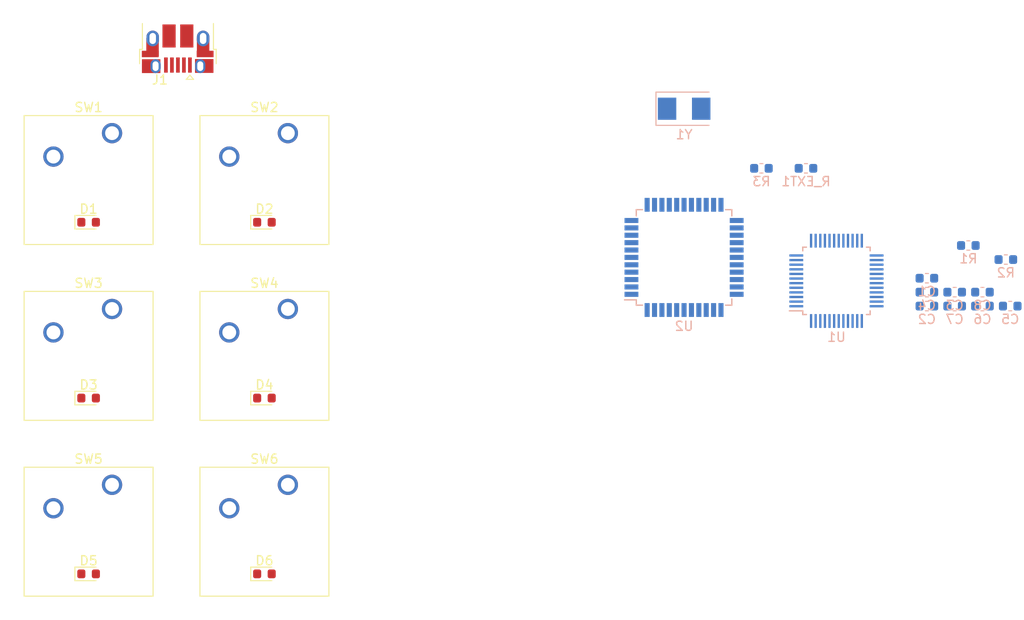
<source format=kicad_pcb>
(kicad_pcb (version 20171130) (host pcbnew "(5.0.0)")

  (general
    (thickness 1.6)
    (drawings 0)
    (tracks 0)
    (zones 0)
    (modules 28)
    (nets 77)
  )

  (page A4)
  (layers
    (0 F.Cu signal)
    (31 B.Cu signal)
    (32 B.Adhes user)
    (33 F.Adhes user)
    (34 B.Paste user)
    (35 F.Paste user)
    (36 B.SilkS user)
    (37 F.SilkS user)
    (38 B.Mask user)
    (39 F.Mask user)
    (40 Dwgs.User user)
    (41 Cmts.User user)
    (42 Eco1.User user)
    (43 Eco2.User user)
    (44 Edge.Cuts user)
    (45 Margin user)
    (46 B.CrtYd user)
    (47 F.CrtYd user)
    (48 B.Fab user)
    (49 F.Fab user)
  )

  (setup
    (last_trace_width 0.25)
    (trace_clearance 0.2)
    (zone_clearance 0.508)
    (zone_45_only no)
    (trace_min 0.2)
    (segment_width 0.2)
    (edge_width 0.15)
    (via_size 0.8)
    (via_drill 0.4)
    (via_min_size 0.4)
    (via_min_drill 0.3)
    (uvia_size 0.3)
    (uvia_drill 0.1)
    (uvias_allowed no)
    (uvia_min_size 0.2)
    (uvia_min_drill 0.1)
    (pcb_text_width 0.3)
    (pcb_text_size 1.5 1.5)
    (mod_edge_width 0.15)
    (mod_text_size 1 1)
    (mod_text_width 0.15)
    (pad_size 1.524 1.524)
    (pad_drill 0.762)
    (pad_to_mask_clearance 0.2)
    (aux_axis_origin 0 0)
    (visible_elements 7FFFFFFF)
    (pcbplotparams
      (layerselection 0x010fc_ffffffff)
      (usegerberextensions false)
      (usegerberattributes false)
      (usegerberadvancedattributes false)
      (creategerberjobfile false)
      (excludeedgelayer true)
      (linewidth 0.100000)
      (plotframeref false)
      (viasonmask false)
      (mode 1)
      (useauxorigin false)
      (hpglpennumber 1)
      (hpglpenspeed 20)
      (hpglpendiameter 15.000000)
      (psnegative false)
      (psa4output false)
      (plotreference true)
      (plotvalue true)
      (plotinvisibletext false)
      (padsonsilk false)
      (subtractmaskfromsilk false)
      (outputformat 1)
      (mirror false)
      (drillshape 1)
      (scaleselection 1)
      (outputdirectory ""))
  )

  (net 0 "")
  (net 1 Earth)
  (net 2 "Net-(D1-Pad2)")
  (net 3 Col1)
  (net 4 Col2)
  (net 5 "Net-(D2-Pad2)")
  (net 6 "Net-(D3-Pad2)")
  (net 7 "Net-(D4-Pad2)")
  (net 8 "Net-(U1-Pad1)")
  (net 9 "Net-(J1-Pad2)")
  (net 10 "Net-(J1-Pad3)")
  (net 11 Row1)
  (net 12 Row2)
  (net 13 "Net-(U1-Pad10)")
  (net 14 "Net-(U1-Pad11)")
  (net 15 "Net-(U1-Pad13)")
  (net 16 "Net-(U1-Pad21)")
  (net 17 "Net-(U1-Pad22)")
  (net 18 "Net-(U1-Pad25)")
  (net 19 "Net-(U1-Pad26)")
  (net 20 "Net-(U1-Pad27)")
  (net 21 "Net-(U1-Pad28)")
  (net 22 "Net-(U1-Pad30)")
  (net 23 "Net-(U1-Pad31)")
  (net 24 "Net-(U1-Pad32)")
  (net 25 "Net-(U1-Pad33)")
  (net 26 "Net-(U1-Pad36)")
  (net 27 "Net-(U1-Pad40)")
  (net 28 "Net-(J1-Pad4)")
  (net 29 VCC)
  (net 30 "Net-(C6-Pad1)")
  (net 31 "Net-(C7-Pad1)")
  (net 32 "Net-(C8-Pad1)")
  (net 33 "Net-(R1-Pad2)")
  (net 34 SDA)
  (net 35 SCL)
  (net 36 "Net-(R_EXT1-Pad2)")
  (net 37 "Net-(U1-Pad24)")
  (net 38 "Net-(U1-Pad23)")
  (net 39 "Net-(U1-Pad19)")
  (net 40 "Net-(U1-Pad18)")
  (net 41 "Net-(U1-Pad17)")
  (net 42 "Net-(U1-Pad16)")
  (net 43 "Net-(U1-Pad15)")
  (net 44 "Net-(U1-Pad14)")
  (net 45 "Net-(U1-Pad9)")
  (net 46 "Net-(U1-Pad8)")
  (net 47 "Net-(U1-Pad7)")
  (net 48 "Net-(U1-Pad6)")
  (net 49 "Net-(U1-Pad4)")
  (net 50 "Net-(U1-Pad3)")
  (net 51 "Net-(U1-Pad2)")
  (net 52 "Net-(U2-Pad1)")
  (net 53 "Net-(U2-Pad8)")
  (net 54 "Net-(U2-Pad9)")
  (net 55 "Net-(U2-Pad10)")
  (net 56 "Net-(U2-Pad11)")
  (net 57 "Net-(U2-Pad12)")
  (net 58 "Net-(U2-Pad13)")
  (net 59 "Net-(U2-Pad22)")
  (net 60 "Net-(U2-Pad26)")
  (net 61 "Net-(U2-Pad27)")
  (net 62 "Net-(U2-Pad30)")
  (net 63 "Net-(U2-Pad31)")
  (net 64 "Net-(U2-Pad32)")
  (net 65 "Net-(U2-Pad33)")
  (net 66 "Net-(U2-Pad36)")
  (net 67 "Net-(U2-Pad37)")
  (net 68 "Net-(U2-Pad38)")
  (net 69 "Net-(U2-Pad39)")
  (net 70 "Net-(U2-Pad40)")
  (net 71 "Net-(U2-Pad41)")
  (net 72 "Net-(U2-Pad42)")
  (net 73 "Net-(U1-Pad45)")
  (net 74 Row3)
  (net 75 "Net-(D5-Pad2)")
  (net 76 "Net-(D6-Pad2)")

  (net_class Default "This is the default net class."
    (clearance 0.2)
    (trace_width 0.25)
    (via_dia 0.8)
    (via_drill 0.4)
    (uvia_dia 0.3)
    (uvia_drill 0.1)
    (add_net Col1)
    (add_net Col2)
    (add_net "Net-(C6-Pad1)")
    (add_net "Net-(C7-Pad1)")
    (add_net "Net-(C8-Pad1)")
    (add_net "Net-(D1-Pad2)")
    (add_net "Net-(D2-Pad2)")
    (add_net "Net-(D3-Pad2)")
    (add_net "Net-(D4-Pad2)")
    (add_net "Net-(D5-Pad2)")
    (add_net "Net-(D6-Pad2)")
    (add_net "Net-(J1-Pad2)")
    (add_net "Net-(J1-Pad3)")
    (add_net "Net-(J1-Pad4)")
    (add_net "Net-(R1-Pad2)")
    (add_net "Net-(R_EXT1-Pad2)")
    (add_net "Net-(U1-Pad1)")
    (add_net "Net-(U1-Pad10)")
    (add_net "Net-(U1-Pad11)")
    (add_net "Net-(U1-Pad13)")
    (add_net "Net-(U1-Pad14)")
    (add_net "Net-(U1-Pad15)")
    (add_net "Net-(U1-Pad16)")
    (add_net "Net-(U1-Pad17)")
    (add_net "Net-(U1-Pad18)")
    (add_net "Net-(U1-Pad19)")
    (add_net "Net-(U1-Pad2)")
    (add_net "Net-(U1-Pad21)")
    (add_net "Net-(U1-Pad22)")
    (add_net "Net-(U1-Pad23)")
    (add_net "Net-(U1-Pad24)")
    (add_net "Net-(U1-Pad25)")
    (add_net "Net-(U1-Pad26)")
    (add_net "Net-(U1-Pad27)")
    (add_net "Net-(U1-Pad28)")
    (add_net "Net-(U1-Pad3)")
    (add_net "Net-(U1-Pad30)")
    (add_net "Net-(U1-Pad31)")
    (add_net "Net-(U1-Pad32)")
    (add_net "Net-(U1-Pad33)")
    (add_net "Net-(U1-Pad36)")
    (add_net "Net-(U1-Pad4)")
    (add_net "Net-(U1-Pad40)")
    (add_net "Net-(U1-Pad45)")
    (add_net "Net-(U1-Pad6)")
    (add_net "Net-(U1-Pad7)")
    (add_net "Net-(U1-Pad8)")
    (add_net "Net-(U1-Pad9)")
    (add_net "Net-(U2-Pad1)")
    (add_net "Net-(U2-Pad10)")
    (add_net "Net-(U2-Pad11)")
    (add_net "Net-(U2-Pad12)")
    (add_net "Net-(U2-Pad13)")
    (add_net "Net-(U2-Pad22)")
    (add_net "Net-(U2-Pad26)")
    (add_net "Net-(U2-Pad27)")
    (add_net "Net-(U2-Pad30)")
    (add_net "Net-(U2-Pad31)")
    (add_net "Net-(U2-Pad32)")
    (add_net "Net-(U2-Pad33)")
    (add_net "Net-(U2-Pad36)")
    (add_net "Net-(U2-Pad37)")
    (add_net "Net-(U2-Pad38)")
    (add_net "Net-(U2-Pad39)")
    (add_net "Net-(U2-Pad40)")
    (add_net "Net-(U2-Pad41)")
    (add_net "Net-(U2-Pad42)")
    (add_net "Net-(U2-Pad8)")
    (add_net "Net-(U2-Pad9)")
    (add_net Row1)
    (add_net Row2)
    (add_net Row3)
    (add_net SCL)
    (add_net SDA)
  )

  (net_class Power ""
    (clearance 0.2)
    (trace_width 0.3)
    (via_dia 0.8)
    (via_drill 0.4)
    (uvia_dia 0.3)
    (uvia_drill 0.1)
    (add_net Earth)
    (add_net VCC)
  )

  (module Capacitor_SMD:C_0603_1608Metric (layer B.Cu) (tedit 5B301BBE) (tstamp 5BD54344)
    (at 144.927032 45.687319)
    (descr "Capacitor SMD 0603 (1608 Metric), square (rectangular) end terminal, IPC_7351 nominal, (Body size source: http://www.tortai-tech.com/upload/download/2011102023233369053.pdf), generated with kicad-footprint-generator")
    (tags capacitor)
    (path /5BD8B357)
    (attr smd)
    (fp_text reference C1 (at 0 1.43) (layer B.SilkS)
      (effects (font (size 1 1) (thickness 0.15)) (justify mirror))
    )
    (fp_text value 0.1pF (at 0 -1.43) (layer B.Fab)
      (effects (font (size 1 1) (thickness 0.15)) (justify mirror))
    )
    (fp_text user %R (at 0 0) (layer B.Fab)
      (effects (font (size 0.4 0.4) (thickness 0.06)) (justify mirror))
    )
    (fp_line (start 1.48 -0.73) (end -1.48 -0.73) (layer B.CrtYd) (width 0.05))
    (fp_line (start 1.48 0.73) (end 1.48 -0.73) (layer B.CrtYd) (width 0.05))
    (fp_line (start -1.48 0.73) (end 1.48 0.73) (layer B.CrtYd) (width 0.05))
    (fp_line (start -1.48 -0.73) (end -1.48 0.73) (layer B.CrtYd) (width 0.05))
    (fp_line (start -0.162779 -0.51) (end 0.162779 -0.51) (layer B.SilkS) (width 0.12))
    (fp_line (start -0.162779 0.51) (end 0.162779 0.51) (layer B.SilkS) (width 0.12))
    (fp_line (start 0.8 -0.4) (end -0.8 -0.4) (layer B.Fab) (width 0.1))
    (fp_line (start 0.8 0.4) (end 0.8 -0.4) (layer B.Fab) (width 0.1))
    (fp_line (start -0.8 0.4) (end 0.8 0.4) (layer B.Fab) (width 0.1))
    (fp_line (start -0.8 -0.4) (end -0.8 0.4) (layer B.Fab) (width 0.1))
    (pad 2 smd roundrect (at 0.7875 0) (size 0.875 0.95) (layers B.Cu B.Paste B.Mask) (roundrect_rratio 0.25)
      (net 1 Earth))
    (pad 1 smd roundrect (at -0.7875 0) (size 0.875 0.95) (layers B.Cu B.Paste B.Mask) (roundrect_rratio 0.25)
      (net 29 VCC))
    (model ${KISYS3DMOD}/Capacitor_SMD.3dshapes/C_0603_1608Metric.wrl
      (at (xyz 0 0 0))
      (scale (xyz 1 1 1))
      (rotate (xyz 0 0 0))
    )
  )

  (module Capacitor_SMD:C_0603_1608Metric (layer B.Cu) (tedit 5B301BBE) (tstamp 5BD54355)
    (at 144.927032 48.707319)
    (descr "Capacitor SMD 0603 (1608 Metric), square (rectangular) end terminal, IPC_7351 nominal, (Body size source: http://www.tortai-tech.com/upload/download/2011102023233369053.pdf), generated with kicad-footprint-generator")
    (tags capacitor)
    (path /5BD28FE5)
    (attr smd)
    (fp_text reference C2 (at 0 1.43) (layer B.SilkS)
      (effects (font (size 1 1) (thickness 0.15)) (justify mirror))
    )
    (fp_text value 0.1pF (at 0 -1.43) (layer B.Fab)
      (effects (font (size 1 1) (thickness 0.15)) (justify mirror))
    )
    (fp_text user %R (at 0 0) (layer B.Fab)
      (effects (font (size 0.4 0.4) (thickness 0.06)) (justify mirror))
    )
    (fp_line (start 1.48 -0.73) (end -1.48 -0.73) (layer B.CrtYd) (width 0.05))
    (fp_line (start 1.48 0.73) (end 1.48 -0.73) (layer B.CrtYd) (width 0.05))
    (fp_line (start -1.48 0.73) (end 1.48 0.73) (layer B.CrtYd) (width 0.05))
    (fp_line (start -1.48 -0.73) (end -1.48 0.73) (layer B.CrtYd) (width 0.05))
    (fp_line (start -0.162779 -0.51) (end 0.162779 -0.51) (layer B.SilkS) (width 0.12))
    (fp_line (start -0.162779 0.51) (end 0.162779 0.51) (layer B.SilkS) (width 0.12))
    (fp_line (start 0.8 -0.4) (end -0.8 -0.4) (layer B.Fab) (width 0.1))
    (fp_line (start 0.8 0.4) (end 0.8 -0.4) (layer B.Fab) (width 0.1))
    (fp_line (start -0.8 0.4) (end 0.8 0.4) (layer B.Fab) (width 0.1))
    (fp_line (start -0.8 -0.4) (end -0.8 0.4) (layer B.Fab) (width 0.1))
    (pad 2 smd roundrect (at 0.7875 0) (size 0.875 0.95) (layers B.Cu B.Paste B.Mask) (roundrect_rratio 0.25)
      (net 29 VCC))
    (pad 1 smd roundrect (at -0.7875 0) (size 0.875 0.95) (layers B.Cu B.Paste B.Mask) (roundrect_rratio 0.25)
      (net 1 Earth))
    (model ${KISYS3DMOD}/Capacitor_SMD.3dshapes/C_0603_1608Metric.wrl
      (at (xyz 0 0 0))
      (scale (xyz 1 1 1))
      (rotate (xyz 0 0 0))
    )
  )

  (module Capacitor_SMD:C_0603_1608Metric (layer B.Cu) (tedit 5B301BBE) (tstamp 5BD54366)
    (at 147.937032 47.197319)
    (descr "Capacitor SMD 0603 (1608 Metric), square (rectangular) end terminal, IPC_7351 nominal, (Body size source: http://www.tortai-tech.com/upload/download/2011102023233369053.pdf), generated with kicad-footprint-generator")
    (tags capacitor)
    (path /5BD28F5E)
    (attr smd)
    (fp_text reference C3 (at 0 1.43) (layer B.SilkS)
      (effects (font (size 1 1) (thickness 0.15)) (justify mirror))
    )
    (fp_text value 0.1pF (at 0 -1.43) (layer B.Fab)
      (effects (font (size 1 1) (thickness 0.15)) (justify mirror))
    )
    (fp_text user %R (at 0 0) (layer B.Fab)
      (effects (font (size 0.4 0.4) (thickness 0.06)) (justify mirror))
    )
    (fp_line (start 1.48 -0.73) (end -1.48 -0.73) (layer B.CrtYd) (width 0.05))
    (fp_line (start 1.48 0.73) (end 1.48 -0.73) (layer B.CrtYd) (width 0.05))
    (fp_line (start -1.48 0.73) (end 1.48 0.73) (layer B.CrtYd) (width 0.05))
    (fp_line (start -1.48 -0.73) (end -1.48 0.73) (layer B.CrtYd) (width 0.05))
    (fp_line (start -0.162779 -0.51) (end 0.162779 -0.51) (layer B.SilkS) (width 0.12))
    (fp_line (start -0.162779 0.51) (end 0.162779 0.51) (layer B.SilkS) (width 0.12))
    (fp_line (start 0.8 -0.4) (end -0.8 -0.4) (layer B.Fab) (width 0.1))
    (fp_line (start 0.8 0.4) (end 0.8 -0.4) (layer B.Fab) (width 0.1))
    (fp_line (start -0.8 0.4) (end 0.8 0.4) (layer B.Fab) (width 0.1))
    (fp_line (start -0.8 -0.4) (end -0.8 0.4) (layer B.Fab) (width 0.1))
    (pad 2 smd roundrect (at 0.7875 0) (size 0.875 0.95) (layers B.Cu B.Paste B.Mask) (roundrect_rratio 0.25)
      (net 29 VCC))
    (pad 1 smd roundrect (at -0.7875 0) (size 0.875 0.95) (layers B.Cu B.Paste B.Mask) (roundrect_rratio 0.25)
      (net 1 Earth))
    (model ${KISYS3DMOD}/Capacitor_SMD.3dshapes/C_0603_1608Metric.wrl
      (at (xyz 0 0 0))
      (scale (xyz 1 1 1))
      (rotate (xyz 0 0 0))
    )
  )

  (module Capacitor_SMD:C_0603_1608Metric (layer B.Cu) (tedit 5B301BBE) (tstamp 5BD54377)
    (at 144.927032 47.197319)
    (descr "Capacitor SMD 0603 (1608 Metric), square (rectangular) end terminal, IPC_7351 nominal, (Body size source: http://www.tortai-tech.com/upload/download/2011102023233369053.pdf), generated with kicad-footprint-generator")
    (tags capacitor)
    (path /5BD1BBC2)
    (attr smd)
    (fp_text reference C4 (at 0 1.43) (layer B.SilkS)
      (effects (font (size 1 1) (thickness 0.15)) (justify mirror))
    )
    (fp_text value 0.1pF (at 0 -1.43) (layer B.Fab)
      (effects (font (size 1 1) (thickness 0.15)) (justify mirror))
    )
    (fp_text user %R (at 0 0) (layer B.Fab)
      (effects (font (size 0.4 0.4) (thickness 0.06)) (justify mirror))
    )
    (fp_line (start 1.48 -0.73) (end -1.48 -0.73) (layer B.CrtYd) (width 0.05))
    (fp_line (start 1.48 0.73) (end 1.48 -0.73) (layer B.CrtYd) (width 0.05))
    (fp_line (start -1.48 0.73) (end 1.48 0.73) (layer B.CrtYd) (width 0.05))
    (fp_line (start -1.48 -0.73) (end -1.48 0.73) (layer B.CrtYd) (width 0.05))
    (fp_line (start -0.162779 -0.51) (end 0.162779 -0.51) (layer B.SilkS) (width 0.12))
    (fp_line (start -0.162779 0.51) (end 0.162779 0.51) (layer B.SilkS) (width 0.12))
    (fp_line (start 0.8 -0.4) (end -0.8 -0.4) (layer B.Fab) (width 0.1))
    (fp_line (start 0.8 0.4) (end 0.8 -0.4) (layer B.Fab) (width 0.1))
    (fp_line (start -0.8 0.4) (end 0.8 0.4) (layer B.Fab) (width 0.1))
    (fp_line (start -0.8 -0.4) (end -0.8 0.4) (layer B.Fab) (width 0.1))
    (pad 2 smd roundrect (at 0.7875 0) (size 0.875 0.95) (layers B.Cu B.Paste B.Mask) (roundrect_rratio 0.25)
      (net 29 VCC))
    (pad 1 smd roundrect (at -0.7875 0) (size 0.875 0.95) (layers B.Cu B.Paste B.Mask) (roundrect_rratio 0.25)
      (net 1 Earth))
    (model ${KISYS3DMOD}/Capacitor_SMD.3dshapes/C_0603_1608Metric.wrl
      (at (xyz 0 0 0))
      (scale (xyz 1 1 1))
      (rotate (xyz 0 0 0))
    )
  )

  (module Capacitor_SMD:C_0603_1608Metric (layer B.Cu) (tedit 5B301BBE) (tstamp 5BD54388)
    (at 153.957032 48.707319)
    (descr "Capacitor SMD 0603 (1608 Metric), square (rectangular) end terminal, IPC_7351 nominal, (Body size source: http://www.tortai-tech.com/upload/download/2011102023233369053.pdf), generated with kicad-footprint-generator")
    (tags capacitor)
    (path /5BCAB179)
    (attr smd)
    (fp_text reference C5 (at 0 1.43) (layer B.SilkS)
      (effects (font (size 1 1) (thickness 0.15)) (justify mirror))
    )
    (fp_text value 1uF (at 0 -1.43) (layer B.Fab)
      (effects (font (size 1 1) (thickness 0.15)) (justify mirror))
    )
    (fp_text user %R (at 0 0) (layer B.Fab)
      (effects (font (size 0.4 0.4) (thickness 0.06)) (justify mirror))
    )
    (fp_line (start 1.48 -0.73) (end -1.48 -0.73) (layer B.CrtYd) (width 0.05))
    (fp_line (start 1.48 0.73) (end 1.48 -0.73) (layer B.CrtYd) (width 0.05))
    (fp_line (start -1.48 0.73) (end 1.48 0.73) (layer B.CrtYd) (width 0.05))
    (fp_line (start -1.48 -0.73) (end -1.48 0.73) (layer B.CrtYd) (width 0.05))
    (fp_line (start -0.162779 -0.51) (end 0.162779 -0.51) (layer B.SilkS) (width 0.12))
    (fp_line (start -0.162779 0.51) (end 0.162779 0.51) (layer B.SilkS) (width 0.12))
    (fp_line (start 0.8 -0.4) (end -0.8 -0.4) (layer B.Fab) (width 0.1))
    (fp_line (start 0.8 0.4) (end 0.8 -0.4) (layer B.Fab) (width 0.1))
    (fp_line (start -0.8 0.4) (end 0.8 0.4) (layer B.Fab) (width 0.1))
    (fp_line (start -0.8 -0.4) (end -0.8 0.4) (layer B.Fab) (width 0.1))
    (pad 2 smd roundrect (at 0.7875 0) (size 0.875 0.95) (layers B.Cu B.Paste B.Mask) (roundrect_rratio 0.25)
      (net 1 Earth))
    (pad 1 smd roundrect (at -0.7875 0) (size 0.875 0.95) (layers B.Cu B.Paste B.Mask) (roundrect_rratio 0.25)
      (net 29 VCC))
    (model ${KISYS3DMOD}/Capacitor_SMD.3dshapes/C_0603_1608Metric.wrl
      (at (xyz 0 0 0))
      (scale (xyz 1 1 1))
      (rotate (xyz 0 0 0))
    )
  )

  (module Capacitor_SMD:C_0603_1608Metric (layer B.Cu) (tedit 5B301BBE) (tstamp 5BD54399)
    (at 150.947032 48.707319)
    (descr "Capacitor SMD 0603 (1608 Metric), square (rectangular) end terminal, IPC_7351 nominal, (Body size source: http://www.tortai-tech.com/upload/download/2011102023233369053.pdf), generated with kicad-footprint-generator")
    (tags capacitor)
    (path /5BCABB40)
    (attr smd)
    (fp_text reference C6 (at 0 1.43) (layer B.SilkS)
      (effects (font (size 1 1) (thickness 0.15)) (justify mirror))
    )
    (fp_text value 22pF (at 0 -1.43) (layer B.Fab)
      (effects (font (size 1 1) (thickness 0.15)) (justify mirror))
    )
    (fp_text user %R (at 0 0) (layer B.Fab)
      (effects (font (size 0.4 0.4) (thickness 0.06)) (justify mirror))
    )
    (fp_line (start 1.48 -0.73) (end -1.48 -0.73) (layer B.CrtYd) (width 0.05))
    (fp_line (start 1.48 0.73) (end 1.48 -0.73) (layer B.CrtYd) (width 0.05))
    (fp_line (start -1.48 0.73) (end 1.48 0.73) (layer B.CrtYd) (width 0.05))
    (fp_line (start -1.48 -0.73) (end -1.48 0.73) (layer B.CrtYd) (width 0.05))
    (fp_line (start -0.162779 -0.51) (end 0.162779 -0.51) (layer B.SilkS) (width 0.12))
    (fp_line (start -0.162779 0.51) (end 0.162779 0.51) (layer B.SilkS) (width 0.12))
    (fp_line (start 0.8 -0.4) (end -0.8 -0.4) (layer B.Fab) (width 0.1))
    (fp_line (start 0.8 0.4) (end 0.8 -0.4) (layer B.Fab) (width 0.1))
    (fp_line (start -0.8 0.4) (end 0.8 0.4) (layer B.Fab) (width 0.1))
    (fp_line (start -0.8 -0.4) (end -0.8 0.4) (layer B.Fab) (width 0.1))
    (pad 2 smd roundrect (at 0.7875 0) (size 0.875 0.95) (layers B.Cu B.Paste B.Mask) (roundrect_rratio 0.25)
      (net 1 Earth))
    (pad 1 smd roundrect (at -0.7875 0) (size 0.875 0.95) (layers B.Cu B.Paste B.Mask) (roundrect_rratio 0.25)
      (net 30 "Net-(C6-Pad1)"))
    (model ${KISYS3DMOD}/Capacitor_SMD.3dshapes/C_0603_1608Metric.wrl
      (at (xyz 0 0 0))
      (scale (xyz 1 1 1))
      (rotate (xyz 0 0 0))
    )
  )

  (module Capacitor_SMD:C_0603_1608Metric (layer B.Cu) (tedit 5B301BBE) (tstamp 5BD543AA)
    (at 147.937032 48.707319)
    (descr "Capacitor SMD 0603 (1608 Metric), square (rectangular) end terminal, IPC_7351 nominal, (Body size source: http://www.tortai-tech.com/upload/download/2011102023233369053.pdf), generated with kicad-footprint-generator")
    (tags capacitor)
    (path /5BCABBA2)
    (attr smd)
    (fp_text reference C7 (at 0 1.43) (layer B.SilkS)
      (effects (font (size 1 1) (thickness 0.15)) (justify mirror))
    )
    (fp_text value 22pF (at 0 -1.43) (layer B.Fab)
      (effects (font (size 1 1) (thickness 0.15)) (justify mirror))
    )
    (fp_text user %R (at 0 0) (layer B.Fab)
      (effects (font (size 0.4 0.4) (thickness 0.06)) (justify mirror))
    )
    (fp_line (start 1.48 -0.73) (end -1.48 -0.73) (layer B.CrtYd) (width 0.05))
    (fp_line (start 1.48 0.73) (end 1.48 -0.73) (layer B.CrtYd) (width 0.05))
    (fp_line (start -1.48 0.73) (end 1.48 0.73) (layer B.CrtYd) (width 0.05))
    (fp_line (start -1.48 -0.73) (end -1.48 0.73) (layer B.CrtYd) (width 0.05))
    (fp_line (start -0.162779 -0.51) (end 0.162779 -0.51) (layer B.SilkS) (width 0.12))
    (fp_line (start -0.162779 0.51) (end 0.162779 0.51) (layer B.SilkS) (width 0.12))
    (fp_line (start 0.8 -0.4) (end -0.8 -0.4) (layer B.Fab) (width 0.1))
    (fp_line (start 0.8 0.4) (end 0.8 -0.4) (layer B.Fab) (width 0.1))
    (fp_line (start -0.8 0.4) (end 0.8 0.4) (layer B.Fab) (width 0.1))
    (fp_line (start -0.8 -0.4) (end -0.8 0.4) (layer B.Fab) (width 0.1))
    (pad 2 smd roundrect (at 0.7875 0) (size 0.875 0.95) (layers B.Cu B.Paste B.Mask) (roundrect_rratio 0.25)
      (net 1 Earth))
    (pad 1 smd roundrect (at -0.7875 0) (size 0.875 0.95) (layers B.Cu B.Paste B.Mask) (roundrect_rratio 0.25)
      (net 31 "Net-(C7-Pad1)"))
    (model ${KISYS3DMOD}/Capacitor_SMD.3dshapes/C_0603_1608Metric.wrl
      (at (xyz 0 0 0))
      (scale (xyz 1 1 1))
      (rotate (xyz 0 0 0))
    )
  )

  (module Capacitor_SMD:C_0603_1608Metric (layer B.Cu) (tedit 5B301BBE) (tstamp 5BD543BB)
    (at 150.947032 47.197319)
    (descr "Capacitor SMD 0603 (1608 Metric), square (rectangular) end terminal, IPC_7351 nominal, (Body size source: http://www.tortai-tech.com/upload/download/2011102023233369053.pdf), generated with kicad-footprint-generator")
    (tags capacitor)
    (path /5BCB9416)
    (attr smd)
    (fp_text reference C8 (at 0 1.43) (layer B.SilkS)
      (effects (font (size 1 1) (thickness 0.15)) (justify mirror))
    )
    (fp_text value 1uF (at 0 -1.43) (layer B.Fab)
      (effects (font (size 1 1) (thickness 0.15)) (justify mirror))
    )
    (fp_text user %R (at 0 0) (layer B.Fab)
      (effects (font (size 0.4 0.4) (thickness 0.06)) (justify mirror))
    )
    (fp_line (start 1.48 -0.73) (end -1.48 -0.73) (layer B.CrtYd) (width 0.05))
    (fp_line (start 1.48 0.73) (end 1.48 -0.73) (layer B.CrtYd) (width 0.05))
    (fp_line (start -1.48 0.73) (end 1.48 0.73) (layer B.CrtYd) (width 0.05))
    (fp_line (start -1.48 -0.73) (end -1.48 0.73) (layer B.CrtYd) (width 0.05))
    (fp_line (start -0.162779 -0.51) (end 0.162779 -0.51) (layer B.SilkS) (width 0.12))
    (fp_line (start -0.162779 0.51) (end 0.162779 0.51) (layer B.SilkS) (width 0.12))
    (fp_line (start 0.8 -0.4) (end -0.8 -0.4) (layer B.Fab) (width 0.1))
    (fp_line (start 0.8 0.4) (end 0.8 -0.4) (layer B.Fab) (width 0.1))
    (fp_line (start -0.8 0.4) (end 0.8 0.4) (layer B.Fab) (width 0.1))
    (fp_line (start -0.8 -0.4) (end -0.8 0.4) (layer B.Fab) (width 0.1))
    (pad 2 smd roundrect (at 0.7875 0) (size 0.875 0.95) (layers B.Cu B.Paste B.Mask) (roundrect_rratio 0.25)
      (net 1 Earth))
    (pad 1 smd roundrect (at -0.7875 0) (size 0.875 0.95) (layers B.Cu B.Paste B.Mask) (roundrect_rratio 0.25)
      (net 32 "Net-(C8-Pad1)"))
    (model ${KISYS3DMOD}/Capacitor_SMD.3dshapes/C_0603_1608Metric.wrl
      (at (xyz 0 0 0))
      (scale (xyz 1 1 1))
      (rotate (xyz 0 0 0))
    )
  )

  (module Connector_USB:USB_Micro-B_Amphenol_10103594-0001LF_Horizontal (layer F.Cu) (tedit 5A1DC0BD) (tstamp 5BD5449F)
    (at 63.754 20.828 180)
    (descr "Micro USB Type B 10103594-0001LF, http://cdn.amphenol-icc.com/media/wysiwyg/files/drawing/10103594.pdf")
    (tags "USB USB_B USB_micro USB_OTG")
    (path /5BA8D4AB)
    (attr smd)
    (fp_text reference J1 (at 1.925 -3.365 180) (layer F.SilkS)
      (effects (font (size 1 1) (thickness 0.15)))
    )
    (fp_text value USB_B_Micro (at -0.025 4.435 180) (layer F.Fab)
      (effects (font (size 1 1) (thickness 0.15)))
    )
    (fp_line (start 4.14 3.58) (end -4.13 3.58) (layer F.CrtYd) (width 0.05))
    (fp_line (start 4.14 3.58) (end 4.14 -2.88) (layer F.CrtYd) (width 0.05))
    (fp_line (start -4.13 -2.88) (end -4.13 3.58) (layer F.CrtYd) (width 0.05))
    (fp_line (start -4.13 -2.88) (end 4.14 -2.88) (layer F.CrtYd) (width 0.05))
    (fp_line (start -4.025 2.835) (end 3.975 2.835) (layer Dwgs.User) (width 0.1))
    (fp_line (start -3.775 3.335) (end -3.775 -0.865) (layer F.Fab) (width 0.12))
    (fp_line (start -2.975 -1.615) (end 3.725 -1.615) (layer F.Fab) (width 0.12))
    (fp_line (start 3.725 -1.615) (end 3.725 3.335) (layer F.Fab) (width 0.12))
    (fp_line (start 3.725 3.335) (end -3.775 3.335) (layer F.Fab) (width 0.12))
    (fp_line (start -3.775 -0.865) (end -2.975 -1.615) (layer F.Fab) (width 0.12))
    (fp_line (start -1.325 -2.865) (end -1.725 -3.315) (layer F.SilkS) (width 0.12))
    (fp_line (start -1.725 -3.315) (end -0.925 -3.315) (layer F.SilkS) (width 0.12))
    (fp_line (start -0.925 -3.315) (end -1.325 -2.865) (layer F.SilkS) (width 0.12))
    (fp_line (start 3.825 2.735) (end 3.825 -0.065) (layer F.SilkS) (width 0.12))
    (fp_line (start 3.825 -0.065) (end 4.125 -0.065) (layer F.SilkS) (width 0.12))
    (fp_line (start 4.125 -0.065) (end 4.125 -1.615) (layer F.SilkS) (width 0.12))
    (fp_line (start -3.875 2.735) (end -3.875 -0.065) (layer F.SilkS) (width 0.12))
    (fp_line (start -4.175 -0.065) (end -3.875 -0.065) (layer F.SilkS) (width 0.12))
    (fp_line (start -4.175 -0.065) (end -4.175 -1.615) (layer F.SilkS) (width 0.12))
    (fp_text user %R (at -0.025 -0.015 180) (layer F.Fab)
      (effects (font (size 1 1) (thickness 0.15)))
    )
    (fp_text user "PCB edge" (at -0.025 2.235 180) (layer Dwgs.User)
      (effects (font (size 0.5 0.5) (thickness 0.075)))
    )
    (pad 6 smd rect (at 0.935 1.385 270) (size 2.5 1.43) (layers F.Cu F.Paste F.Mask)
      (net 1 Earth))
    (pad 6 smd rect (at -0.985 1.385 270) (size 2.5 1.43) (layers F.Cu F.Paste F.Mask)
      (net 1 Earth))
    (pad 6 thru_hole oval (at 2.705 1.115 270) (size 1.7 1.35) (drill oval 1.2 0.7) (layers *.Cu *.Mask)
      (net 1 Earth))
    (pad 6 thru_hole oval (at -2.755 1.115 270) (size 1.7 1.35) (drill oval 1.2 0.7) (layers *.Cu *.Mask)
      (net 1 Earth))
    (pad 6 thru_hole oval (at 2.395 -1.885 270) (size 1.5 1.1) (drill oval 1.05 0.65) (layers *.Cu *.Mask)
      (net 1 Earth))
    (pad 6 thru_hole oval (at -2.445 -1.885 270) (size 1.5 1.1) (drill oval 1.05 0.65) (layers *.Cu *.Mask)
      (net 1 Earth))
    (pad 5 smd rect (at 1.275 -1.765 270) (size 1.65 0.4) (layers F.Cu F.Paste F.Mask)
      (net 1 Earth))
    (pad 4 smd rect (at 0.625 -1.765 270) (size 1.65 0.4) (layers F.Cu F.Paste F.Mask)
      (net 28 "Net-(J1-Pad4)"))
    (pad 3 smd rect (at -0.025 -1.765 270) (size 1.65 0.4) (layers F.Cu F.Paste F.Mask)
      (net 10 "Net-(J1-Pad3)"))
    (pad 2 smd rect (at -0.675 -1.765 270) (size 1.65 0.4) (layers F.Cu F.Paste F.Mask)
      (net 9 "Net-(J1-Pad2)"))
    (pad 1 smd rect (at -1.325 -1.765 270) (size 1.65 0.4) (layers F.Cu F.Paste F.Mask)
      (net 29 VCC))
    (pad 6 smd rect (at 2.875 -1.885 180) (size 2 1.5) (layers F.Cu F.Paste F.Mask)
      (net 1 Earth))
    (pad 6 smd rect (at -2.875 -1.865 180) (size 2 1.5) (layers F.Cu F.Paste F.Mask)
      (net 1 Earth))
    (pad 6 smd rect (at 2.975 -0.565 180) (size 1.825 0.7) (layers F.Cu F.Paste F.Mask)
      (net 1 Earth))
    (pad 6 smd rect (at -2.975 -0.565 180) (size 1.825 0.7) (layers F.Cu F.Paste F.Mask)
      (net 1 Earth))
    (pad 6 smd rect (at -2.755 0.185 180) (size 1.35 2) (layers F.Cu F.Paste F.Mask)
      (net 1 Earth))
    (pad 6 smd rect (at 2.725 0.185 180) (size 1.35 2) (layers F.Cu F.Paste F.Mask)
      (net 1 Earth))
    (model ${KISYS3DMOD}/Connector_USB.3dshapes/USB_Micro-B_Amphenol_10103594-0001LF_Horizontal.wrl
      (at (xyz 0 0 0))
      (scale (xyz 1 1 1))
      (rotate (xyz 0 0 0))
    )
  )

  (module Resistor_SMD:R_0603_1608Metric (layer B.Cu) (tedit 5B301BBD) (tstamp 5BD544B0)
    (at 149.418031 42.14232)
    (descr "Resistor SMD 0603 (1608 Metric), square (rectangular) end terminal, IPC_7351 nominal, (Body size source: http://www.tortai-tech.com/upload/download/2011102023233369053.pdf), generated with kicad-footprint-generator")
    (tags resistor)
    (path /5BCC8497)
    (attr smd)
    (fp_text reference R1 (at 0 1.43) (layer B.SilkS)
      (effects (font (size 1 1) (thickness 0.15)) (justify mirror))
    )
    (fp_text value 100kΩ (at 0 -1.43) (layer B.Fab)
      (effects (font (size 1 1) (thickness 0.15)) (justify mirror))
    )
    (fp_text user %R (at 0 0) (layer B.Fab)
      (effects (font (size 0.4 0.4) (thickness 0.06)) (justify mirror))
    )
    (fp_line (start 1.48 -0.73) (end -1.48 -0.73) (layer B.CrtYd) (width 0.05))
    (fp_line (start 1.48 0.73) (end 1.48 -0.73) (layer B.CrtYd) (width 0.05))
    (fp_line (start -1.48 0.73) (end 1.48 0.73) (layer B.CrtYd) (width 0.05))
    (fp_line (start -1.48 -0.73) (end -1.48 0.73) (layer B.CrtYd) (width 0.05))
    (fp_line (start -0.162779 -0.51) (end 0.162779 -0.51) (layer B.SilkS) (width 0.12))
    (fp_line (start -0.162779 0.51) (end 0.162779 0.51) (layer B.SilkS) (width 0.12))
    (fp_line (start 0.8 -0.4) (end -0.8 -0.4) (layer B.Fab) (width 0.1))
    (fp_line (start 0.8 0.4) (end 0.8 -0.4) (layer B.Fab) (width 0.1))
    (fp_line (start -0.8 0.4) (end 0.8 0.4) (layer B.Fab) (width 0.1))
    (fp_line (start -0.8 -0.4) (end -0.8 0.4) (layer B.Fab) (width 0.1))
    (pad 2 smd roundrect (at 0.7875 0) (size 0.875 0.95) (layers B.Cu B.Paste B.Mask) (roundrect_rratio 0.25)
      (net 33 "Net-(R1-Pad2)"))
    (pad 1 smd roundrect (at -0.7875 0) (size 0.875 0.95) (layers B.Cu B.Paste B.Mask) (roundrect_rratio 0.25)
      (net 1 Earth))
    (model ${KISYS3DMOD}/Resistor_SMD.3dshapes/R_0603_1608Metric.wrl
      (at (xyz 0 0 0))
      (scale (xyz 1 1 1))
      (rotate (xyz 0 0 0))
    )
  )

  (module Resistor_SMD:R_0603_1608Metric (layer B.Cu) (tedit 5B301BBD) (tstamp 5BD544C1)
    (at 153.482031 43.66632)
    (descr "Resistor SMD 0603 (1608 Metric), square (rectangular) end terminal, IPC_7351 nominal, (Body size source: http://www.tortai-tech.com/upload/download/2011102023233369053.pdf), generated with kicad-footprint-generator")
    (tags resistor)
    (path /5BCC8622)
    (attr smd)
    (fp_text reference R2 (at 0 1.43) (layer B.SilkS)
      (effects (font (size 1 1) (thickness 0.15)) (justify mirror))
    )
    (fp_text value 1kΩ (at 0 -1.43) (layer B.Fab)
      (effects (font (size 1 1) (thickness 0.15)) (justify mirror))
    )
    (fp_text user %R (at 0 0) (layer B.Fab)
      (effects (font (size 0.4 0.4) (thickness 0.06)) (justify mirror))
    )
    (fp_line (start 1.48 -0.73) (end -1.48 -0.73) (layer B.CrtYd) (width 0.05))
    (fp_line (start 1.48 0.73) (end 1.48 -0.73) (layer B.CrtYd) (width 0.05))
    (fp_line (start -1.48 0.73) (end 1.48 0.73) (layer B.CrtYd) (width 0.05))
    (fp_line (start -1.48 -0.73) (end -1.48 0.73) (layer B.CrtYd) (width 0.05))
    (fp_line (start -0.162779 -0.51) (end 0.162779 -0.51) (layer B.SilkS) (width 0.12))
    (fp_line (start -0.162779 0.51) (end 0.162779 0.51) (layer B.SilkS) (width 0.12))
    (fp_line (start 0.8 -0.4) (end -0.8 -0.4) (layer B.Fab) (width 0.1))
    (fp_line (start 0.8 0.4) (end 0.8 -0.4) (layer B.Fab) (width 0.1))
    (fp_line (start -0.8 0.4) (end 0.8 0.4) (layer B.Fab) (width 0.1))
    (fp_line (start -0.8 -0.4) (end -0.8 0.4) (layer B.Fab) (width 0.1))
    (pad 2 smd roundrect (at 0.7875 0) (size 0.875 0.95) (layers B.Cu B.Paste B.Mask) (roundrect_rratio 0.25)
      (net 29 VCC))
    (pad 1 smd roundrect (at -0.7875 0) (size 0.875 0.95) (layers B.Cu B.Paste B.Mask) (roundrect_rratio 0.25)
      (net 34 SDA))
    (model ${KISYS3DMOD}/Resistor_SMD.3dshapes/R_0603_1608Metric.wrl
      (at (xyz 0 0 0))
      (scale (xyz 1 1 1))
      (rotate (xyz 0 0 0))
    )
  )

  (module Resistor_SMD:R_0603_1608Metric (layer B.Cu) (tedit 5B301BBD) (tstamp 5BD544D2)
    (at 127 33.782)
    (descr "Resistor SMD 0603 (1608 Metric), square (rectangular) end terminal, IPC_7351 nominal, (Body size source: http://www.tortai-tech.com/upload/download/2011102023233369053.pdf), generated with kicad-footprint-generator")
    (tags resistor)
    (path /5BCC8427)
    (attr smd)
    (fp_text reference R3 (at 0 1.43) (layer B.SilkS)
      (effects (font (size 1 1) (thickness 0.15)) (justify mirror))
    )
    (fp_text value 1kΩ (at 0 -1.43) (layer B.Fab)
      (effects (font (size 1 1) (thickness 0.15)) (justify mirror))
    )
    (fp_text user %R (at 0 0) (layer B.Fab)
      (effects (font (size 0.4 0.4) (thickness 0.06)) (justify mirror))
    )
    (fp_line (start 1.48 -0.73) (end -1.48 -0.73) (layer B.CrtYd) (width 0.05))
    (fp_line (start 1.48 0.73) (end 1.48 -0.73) (layer B.CrtYd) (width 0.05))
    (fp_line (start -1.48 0.73) (end 1.48 0.73) (layer B.CrtYd) (width 0.05))
    (fp_line (start -1.48 -0.73) (end -1.48 0.73) (layer B.CrtYd) (width 0.05))
    (fp_line (start -0.162779 -0.51) (end 0.162779 -0.51) (layer B.SilkS) (width 0.12))
    (fp_line (start -0.162779 0.51) (end 0.162779 0.51) (layer B.SilkS) (width 0.12))
    (fp_line (start 0.8 -0.4) (end -0.8 -0.4) (layer B.Fab) (width 0.1))
    (fp_line (start 0.8 0.4) (end 0.8 -0.4) (layer B.Fab) (width 0.1))
    (fp_line (start -0.8 0.4) (end 0.8 0.4) (layer B.Fab) (width 0.1))
    (fp_line (start -0.8 -0.4) (end -0.8 0.4) (layer B.Fab) (width 0.1))
    (pad 2 smd roundrect (at 0.7875 0) (size 0.875 0.95) (layers B.Cu B.Paste B.Mask) (roundrect_rratio 0.25)
      (net 29 VCC))
    (pad 1 smd roundrect (at -0.7875 0) (size 0.875 0.95) (layers B.Cu B.Paste B.Mask) (roundrect_rratio 0.25)
      (net 35 SCL))
    (model ${KISYS3DMOD}/Resistor_SMD.3dshapes/R_0603_1608Metric.wrl
      (at (xyz 0 0 0))
      (scale (xyz 1 1 1))
      (rotate (xyz 0 0 0))
    )
  )

  (module Resistor_SMD:R_0603_1608Metric (layer B.Cu) (tedit 5B301BBD) (tstamp 5BD544E3)
    (at 131.826 33.782)
    (descr "Resistor SMD 0603 (1608 Metric), square (rectangular) end terminal, IPC_7351 nominal, (Body size source: http://www.tortai-tech.com/upload/download/2011102023233369053.pdf), generated with kicad-footprint-generator")
    (tags resistor)
    (path /5BCC0353)
    (attr smd)
    (fp_text reference R_EXT1 (at 0 1.43) (layer B.SilkS)
      (effects (font (size 1 1) (thickness 0.15)) (justify mirror))
    )
    (fp_text value 20kΩ (at 0 -1.43) (layer B.Fab)
      (effects (font (size 1 1) (thickness 0.15)) (justify mirror))
    )
    (fp_text user %R (at 0 0) (layer F.Fab)
      (effects (font (size 0.4 0.4) (thickness 0.06)))
    )
    (fp_line (start 1.48 -0.73) (end -1.48 -0.73) (layer B.CrtYd) (width 0.05))
    (fp_line (start 1.48 0.73) (end 1.48 -0.73) (layer B.CrtYd) (width 0.05))
    (fp_line (start -1.48 0.73) (end 1.48 0.73) (layer B.CrtYd) (width 0.05))
    (fp_line (start -1.48 -0.73) (end -1.48 0.73) (layer B.CrtYd) (width 0.05))
    (fp_line (start -0.162779 -0.51) (end 0.162779 -0.51) (layer B.SilkS) (width 0.12))
    (fp_line (start -0.162779 0.51) (end 0.162779 0.51) (layer B.SilkS) (width 0.12))
    (fp_line (start 0.8 -0.4) (end -0.8 -0.4) (layer B.Fab) (width 0.1))
    (fp_line (start 0.8 0.4) (end 0.8 -0.4) (layer B.Fab) (width 0.1))
    (fp_line (start -0.8 0.4) (end 0.8 0.4) (layer B.Fab) (width 0.1))
    (fp_line (start -0.8 -0.4) (end -0.8 0.4) (layer B.Fab) (width 0.1))
    (pad 2 smd roundrect (at 0.7875 0) (size 0.875 0.95) (layers B.Cu B.Paste B.Mask) (roundrect_rratio 0.25)
      (net 36 "Net-(R_EXT1-Pad2)"))
    (pad 1 smd roundrect (at -0.7875 0) (size 0.875 0.95) (layers B.Cu B.Paste B.Mask) (roundrect_rratio 0.25)
      (net 1 Earth))
    (model ${KISYS3DMOD}/Resistor_SMD.3dshapes/R_0603_1608Metric.wrl
      (at (xyz 0 0 0))
      (scale (xyz 1 1 1))
      (rotate (xyz 0 0 0))
    )
  )

  (module Button_Switch_Keyboard:SW_Cherry_MX1A_1.00u_PCB (layer F.Cu) (tedit 5A02FE24) (tstamp 5BD544FD)
    (at 56.642 29.972)
    (descr "Cherry MX keyswitch, MX1A, 1.00u, PCB mount, http://cherryamericas.com/wp-content/uploads/2014/12/mx_cat.pdf")
    (tags "cherry mx keyswitch MX1A 1.00u PCB")
    (path /5BA68848)
    (fp_text reference SW1 (at -2.54 -2.794) (layer F.SilkS)
      (effects (font (size 1 1) (thickness 0.15)))
    )
    (fp_text value SW_Push (at -2.54 12.954) (layer F.Fab)
      (effects (font (size 1 1) (thickness 0.15)))
    )
    (fp_line (start -9.525 12.065) (end -9.525 -1.905) (layer F.SilkS) (width 0.12))
    (fp_line (start 4.445 12.065) (end -9.525 12.065) (layer F.SilkS) (width 0.12))
    (fp_line (start 4.445 -1.905) (end 4.445 12.065) (layer F.SilkS) (width 0.12))
    (fp_line (start -9.525 -1.905) (end 4.445 -1.905) (layer F.SilkS) (width 0.12))
    (fp_line (start -12.065 14.605) (end -12.065 -4.445) (layer Dwgs.User) (width 0.15))
    (fp_line (start 6.985 14.605) (end -12.065 14.605) (layer Dwgs.User) (width 0.15))
    (fp_line (start 6.985 -4.445) (end 6.985 14.605) (layer Dwgs.User) (width 0.15))
    (fp_line (start -12.065 -4.445) (end 6.985 -4.445) (layer Dwgs.User) (width 0.15))
    (fp_line (start -9.14 -1.52) (end 4.06 -1.52) (layer F.CrtYd) (width 0.05))
    (fp_line (start 4.06 -1.52) (end 4.06 11.68) (layer F.CrtYd) (width 0.05))
    (fp_line (start 4.06 11.68) (end -9.14 11.68) (layer F.CrtYd) (width 0.05))
    (fp_line (start -9.14 11.68) (end -9.14 -1.52) (layer F.CrtYd) (width 0.05))
    (fp_line (start -8.89 11.43) (end -8.89 -1.27) (layer F.Fab) (width 0.15))
    (fp_line (start 3.81 11.43) (end -8.89 11.43) (layer F.Fab) (width 0.15))
    (fp_line (start 3.81 -1.27) (end 3.81 11.43) (layer F.Fab) (width 0.15))
    (fp_line (start -8.89 -1.27) (end 3.81 -1.27) (layer F.Fab) (width 0.15))
    (fp_text user %R (at -2.54 -2.794) (layer F.Fab)
      (effects (font (size 1 1) (thickness 0.15)))
    )
    (pad "" np_thru_hole circle (at 2.54 5.08) (size 1.7 1.7) (drill 1.7) (layers *.Cu *.Mask))
    (pad "" np_thru_hole circle (at -7.62 5.08) (size 1.7 1.7) (drill 1.7) (layers *.Cu *.Mask))
    (pad "" np_thru_hole circle (at -2.54 5.08) (size 4 4) (drill 4) (layers *.Cu *.Mask))
    (pad 2 thru_hole circle (at -6.35 2.54) (size 2.2 2.2) (drill 1.5) (layers *.Cu *.Mask)
      (net 2 "Net-(D1-Pad2)"))
    (pad 1 thru_hole circle (at 0 0) (size 2.2 2.2) (drill 1.5) (layers *.Cu *.Mask)
      (net 3 Col1))
    (model ${KISYS3DMOD}/Button_Switch_Keyboard.3dshapes/SW_Cherry_MX1A_1.00u_PCB.wrl
      (at (xyz 0 0 0))
      (scale (xyz 1 1 1))
      (rotate (xyz 0 0 0))
    )
  )

  (module Button_Switch_Keyboard:SW_Cherry_MX1A_1.00u_PCB (layer F.Cu) (tedit 5A02FE24) (tstamp 5BD54517)
    (at 75.692 29.972)
    (descr "Cherry MX keyswitch, MX1A, 1.00u, PCB mount, http://cherryamericas.com/wp-content/uploads/2014/12/mx_cat.pdf")
    (tags "cherry mx keyswitch MX1A 1.00u PCB")
    (path /5BB9AF87)
    (fp_text reference SW2 (at -2.54 -2.794) (layer F.SilkS)
      (effects (font (size 1 1) (thickness 0.15)))
    )
    (fp_text value SW_Push (at -2.54 12.954) (layer F.Fab)
      (effects (font (size 1 1) (thickness 0.15)))
    )
    (fp_line (start -9.525 12.065) (end -9.525 -1.905) (layer F.SilkS) (width 0.12))
    (fp_line (start 4.445 12.065) (end -9.525 12.065) (layer F.SilkS) (width 0.12))
    (fp_line (start 4.445 -1.905) (end 4.445 12.065) (layer F.SilkS) (width 0.12))
    (fp_line (start -9.525 -1.905) (end 4.445 -1.905) (layer F.SilkS) (width 0.12))
    (fp_line (start -12.065 14.605) (end -12.065 -4.445) (layer Dwgs.User) (width 0.15))
    (fp_line (start 6.985 14.605) (end -12.065 14.605) (layer Dwgs.User) (width 0.15))
    (fp_line (start 6.985 -4.445) (end 6.985 14.605) (layer Dwgs.User) (width 0.15))
    (fp_line (start -12.065 -4.445) (end 6.985 -4.445) (layer Dwgs.User) (width 0.15))
    (fp_line (start -9.14 -1.52) (end 4.06 -1.52) (layer F.CrtYd) (width 0.05))
    (fp_line (start 4.06 -1.52) (end 4.06 11.68) (layer F.CrtYd) (width 0.05))
    (fp_line (start 4.06 11.68) (end -9.14 11.68) (layer F.CrtYd) (width 0.05))
    (fp_line (start -9.14 11.68) (end -9.14 -1.52) (layer F.CrtYd) (width 0.05))
    (fp_line (start -8.89 11.43) (end -8.89 -1.27) (layer F.Fab) (width 0.15))
    (fp_line (start 3.81 11.43) (end -8.89 11.43) (layer F.Fab) (width 0.15))
    (fp_line (start 3.81 -1.27) (end 3.81 11.43) (layer F.Fab) (width 0.15))
    (fp_line (start -8.89 -1.27) (end 3.81 -1.27) (layer F.Fab) (width 0.15))
    (fp_text user %R (at -2.54 -2.794) (layer F.Fab)
      (effects (font (size 1 1) (thickness 0.15)))
    )
    (pad "" np_thru_hole circle (at 2.54 5.08) (size 1.7 1.7) (drill 1.7) (layers *.Cu *.Mask))
    (pad "" np_thru_hole circle (at -7.62 5.08) (size 1.7 1.7) (drill 1.7) (layers *.Cu *.Mask))
    (pad "" np_thru_hole circle (at -2.54 5.08) (size 4 4) (drill 4) (layers *.Cu *.Mask))
    (pad 2 thru_hole circle (at -6.35 2.54) (size 2.2 2.2) (drill 1.5) (layers *.Cu *.Mask)
      (net 5 "Net-(D2-Pad2)"))
    (pad 1 thru_hole circle (at 0 0) (size 2.2 2.2) (drill 1.5) (layers *.Cu *.Mask)
      (net 3 Col1))
    (model ${KISYS3DMOD}/Button_Switch_Keyboard.3dshapes/SW_Cherry_MX1A_1.00u_PCB.wrl
      (at (xyz 0 0 0))
      (scale (xyz 1 1 1))
      (rotate (xyz 0 0 0))
    )
  )

  (module Button_Switch_Keyboard:SW_Cherry_MX1A_1.00u_PCB (layer F.Cu) (tedit 5A02FE24) (tstamp 5BD54531)
    (at 56.642 49.022)
    (descr "Cherry MX keyswitch, MX1A, 1.00u, PCB mount, http://cherryamericas.com/wp-content/uploads/2014/12/mx_cat.pdf")
    (tags "cherry mx keyswitch MX1A 1.00u PCB")
    (path /5BC9A033)
    (fp_text reference SW3 (at -2.54 -2.794) (layer F.SilkS)
      (effects (font (size 1 1) (thickness 0.15)))
    )
    (fp_text value SW_Push (at -2.54 12.954) (layer F.Fab)
      (effects (font (size 1 1) (thickness 0.15)))
    )
    (fp_line (start -9.525 12.065) (end -9.525 -1.905) (layer F.SilkS) (width 0.12))
    (fp_line (start 4.445 12.065) (end -9.525 12.065) (layer F.SilkS) (width 0.12))
    (fp_line (start 4.445 -1.905) (end 4.445 12.065) (layer F.SilkS) (width 0.12))
    (fp_line (start -9.525 -1.905) (end 4.445 -1.905) (layer F.SilkS) (width 0.12))
    (fp_line (start -12.065 14.605) (end -12.065 -4.445) (layer Dwgs.User) (width 0.15))
    (fp_line (start 6.985 14.605) (end -12.065 14.605) (layer Dwgs.User) (width 0.15))
    (fp_line (start 6.985 -4.445) (end 6.985 14.605) (layer Dwgs.User) (width 0.15))
    (fp_line (start -12.065 -4.445) (end 6.985 -4.445) (layer Dwgs.User) (width 0.15))
    (fp_line (start -9.14 -1.52) (end 4.06 -1.52) (layer F.CrtYd) (width 0.05))
    (fp_line (start 4.06 -1.52) (end 4.06 11.68) (layer F.CrtYd) (width 0.05))
    (fp_line (start 4.06 11.68) (end -9.14 11.68) (layer F.CrtYd) (width 0.05))
    (fp_line (start -9.14 11.68) (end -9.14 -1.52) (layer F.CrtYd) (width 0.05))
    (fp_line (start -8.89 11.43) (end -8.89 -1.27) (layer F.Fab) (width 0.15))
    (fp_line (start 3.81 11.43) (end -8.89 11.43) (layer F.Fab) (width 0.15))
    (fp_line (start 3.81 -1.27) (end 3.81 11.43) (layer F.Fab) (width 0.15))
    (fp_line (start -8.89 -1.27) (end 3.81 -1.27) (layer F.Fab) (width 0.15))
    (fp_text user %R (at -2.54 -2.794) (layer F.Fab)
      (effects (font (size 1 1) (thickness 0.15)))
    )
    (pad "" np_thru_hole circle (at 2.54 5.08) (size 1.7 1.7) (drill 1.7) (layers *.Cu *.Mask))
    (pad "" np_thru_hole circle (at -7.62 5.08) (size 1.7 1.7) (drill 1.7) (layers *.Cu *.Mask))
    (pad "" np_thru_hole circle (at -2.54 5.08) (size 4 4) (drill 4) (layers *.Cu *.Mask))
    (pad 2 thru_hole circle (at -6.35 2.54) (size 2.2 2.2) (drill 1.5) (layers *.Cu *.Mask)
      (net 6 "Net-(D3-Pad2)"))
    (pad 1 thru_hole circle (at 0 0) (size 2.2 2.2) (drill 1.5) (layers *.Cu *.Mask)
      (net 3 Col1))
    (model ${KISYS3DMOD}/Button_Switch_Keyboard.3dshapes/SW_Cherry_MX1A_1.00u_PCB.wrl
      (at (xyz 0 0 0))
      (scale (xyz 1 1 1))
      (rotate (xyz 0 0 0))
    )
  )

  (module Button_Switch_Keyboard:SW_Cherry_MX1A_1.00u_PCB (layer F.Cu) (tedit 5A02FE24) (tstamp 5BD57879)
    (at 75.692 49.022)
    (descr "Cherry MX keyswitch, MX1A, 1.00u, PCB mount, http://cherryamericas.com/wp-content/uploads/2014/12/mx_cat.pdf")
    (tags "cherry mx keyswitch MX1A 1.00u PCB")
    (path /5BB8FDBF)
    (fp_text reference SW4 (at -2.54 -2.794) (layer F.SilkS)
      (effects (font (size 1 1) (thickness 0.15)))
    )
    (fp_text value SW_Push (at -2.54 12.954) (layer F.Fab)
      (effects (font (size 1 1) (thickness 0.15)))
    )
    (fp_line (start -9.525 12.065) (end -9.525 -1.905) (layer F.SilkS) (width 0.12))
    (fp_line (start 4.445 12.065) (end -9.525 12.065) (layer F.SilkS) (width 0.12))
    (fp_line (start 4.445 -1.905) (end 4.445 12.065) (layer F.SilkS) (width 0.12))
    (fp_line (start -9.525 -1.905) (end 4.445 -1.905) (layer F.SilkS) (width 0.12))
    (fp_line (start -12.065 14.605) (end -12.065 -4.445) (layer Dwgs.User) (width 0.15))
    (fp_line (start 6.985 14.605) (end -12.065 14.605) (layer Dwgs.User) (width 0.15))
    (fp_line (start 6.985 -4.445) (end 6.985 14.605) (layer Dwgs.User) (width 0.15))
    (fp_line (start -12.065 -4.445) (end 6.985 -4.445) (layer Dwgs.User) (width 0.15))
    (fp_line (start -9.14 -1.52) (end 4.06 -1.52) (layer F.CrtYd) (width 0.05))
    (fp_line (start 4.06 -1.52) (end 4.06 11.68) (layer F.CrtYd) (width 0.05))
    (fp_line (start 4.06 11.68) (end -9.14 11.68) (layer F.CrtYd) (width 0.05))
    (fp_line (start -9.14 11.68) (end -9.14 -1.52) (layer F.CrtYd) (width 0.05))
    (fp_line (start -8.89 11.43) (end -8.89 -1.27) (layer F.Fab) (width 0.15))
    (fp_line (start 3.81 11.43) (end -8.89 11.43) (layer F.Fab) (width 0.15))
    (fp_line (start 3.81 -1.27) (end 3.81 11.43) (layer F.Fab) (width 0.15))
    (fp_line (start -8.89 -1.27) (end 3.81 -1.27) (layer F.Fab) (width 0.15))
    (fp_text user %R (at -2.54 -2.794) (layer F.Fab)
      (effects (font (size 1 1) (thickness 0.15)))
    )
    (pad "" np_thru_hole circle (at 2.54 5.08) (size 1.7 1.7) (drill 1.7) (layers *.Cu *.Mask))
    (pad "" np_thru_hole circle (at -7.62 5.08) (size 1.7 1.7) (drill 1.7) (layers *.Cu *.Mask))
    (pad "" np_thru_hole circle (at -2.54 5.08) (size 4 4) (drill 4) (layers *.Cu *.Mask))
    (pad 2 thru_hole circle (at -6.35 2.54) (size 2.2 2.2) (drill 1.5) (layers *.Cu *.Mask)
      (net 7 "Net-(D4-Pad2)"))
    (pad 1 thru_hole circle (at 0 0) (size 2.2 2.2) (drill 1.5) (layers *.Cu *.Mask)
      (net 4 Col2))
    (model ${KISYS3DMOD}/Button_Switch_Keyboard.3dshapes/SW_Cherry_MX1A_1.00u_PCB.wrl
      (at (xyz 0 0 0))
      (scale (xyz 1 1 1))
      (rotate (xyz 0 0 0))
    )
  )

  (module Button_Switch_Keyboard:SW_Cherry_MX1A_1.00u_PCB (layer F.Cu) (tedit 5A02FE24) (tstamp 5BD54565)
    (at 56.642 68.072)
    (descr "Cherry MX keyswitch, MX1A, 1.00u, PCB mount, http://cherryamericas.com/wp-content/uploads/2014/12/mx_cat.pdf")
    (tags "cherry mx keyswitch MX1A 1.00u PCB")
    (path /5BB9AF43)
    (fp_text reference SW5 (at -2.54 -2.794) (layer F.SilkS)
      (effects (font (size 1 1) (thickness 0.15)))
    )
    (fp_text value SW_Push (at -2.54 12.954) (layer F.Fab)
      (effects (font (size 1 1) (thickness 0.15)))
    )
    (fp_line (start -9.525 12.065) (end -9.525 -1.905) (layer F.SilkS) (width 0.12))
    (fp_line (start 4.445 12.065) (end -9.525 12.065) (layer F.SilkS) (width 0.12))
    (fp_line (start 4.445 -1.905) (end 4.445 12.065) (layer F.SilkS) (width 0.12))
    (fp_line (start -9.525 -1.905) (end 4.445 -1.905) (layer F.SilkS) (width 0.12))
    (fp_line (start -12.065 14.605) (end -12.065 -4.445) (layer Dwgs.User) (width 0.15))
    (fp_line (start 6.985 14.605) (end -12.065 14.605) (layer Dwgs.User) (width 0.15))
    (fp_line (start 6.985 -4.445) (end 6.985 14.605) (layer Dwgs.User) (width 0.15))
    (fp_line (start -12.065 -4.445) (end 6.985 -4.445) (layer Dwgs.User) (width 0.15))
    (fp_line (start -9.14 -1.52) (end 4.06 -1.52) (layer F.CrtYd) (width 0.05))
    (fp_line (start 4.06 -1.52) (end 4.06 11.68) (layer F.CrtYd) (width 0.05))
    (fp_line (start 4.06 11.68) (end -9.14 11.68) (layer F.CrtYd) (width 0.05))
    (fp_line (start -9.14 11.68) (end -9.14 -1.52) (layer F.CrtYd) (width 0.05))
    (fp_line (start -8.89 11.43) (end -8.89 -1.27) (layer F.Fab) (width 0.15))
    (fp_line (start 3.81 11.43) (end -8.89 11.43) (layer F.Fab) (width 0.15))
    (fp_line (start 3.81 -1.27) (end 3.81 11.43) (layer F.Fab) (width 0.15))
    (fp_line (start -8.89 -1.27) (end 3.81 -1.27) (layer F.Fab) (width 0.15))
    (fp_text user %R (at -2.54 -2.794) (layer F.Fab)
      (effects (font (size 1 1) (thickness 0.15)))
    )
    (pad "" np_thru_hole circle (at 2.54 5.08) (size 1.7 1.7) (drill 1.7) (layers *.Cu *.Mask))
    (pad "" np_thru_hole circle (at -7.62 5.08) (size 1.7 1.7) (drill 1.7) (layers *.Cu *.Mask))
    (pad "" np_thru_hole circle (at -2.54 5.08) (size 4 4) (drill 4) (layers *.Cu *.Mask))
    (pad 2 thru_hole circle (at -6.35 2.54) (size 2.2 2.2) (drill 1.5) (layers *.Cu *.Mask)
      (net 75 "Net-(D5-Pad2)"))
    (pad 1 thru_hole circle (at 0 0) (size 2.2 2.2) (drill 1.5) (layers *.Cu *.Mask)
      (net 4 Col2))
    (model ${KISYS3DMOD}/Button_Switch_Keyboard.3dshapes/SW_Cherry_MX1A_1.00u_PCB.wrl
      (at (xyz 0 0 0))
      (scale (xyz 1 1 1))
      (rotate (xyz 0 0 0))
    )
  )

  (module Button_Switch_Keyboard:SW_Cherry_MX1A_1.00u_PCB (layer F.Cu) (tedit 5A02FE24) (tstamp 5BD5457F)
    (at 75.692 68.072)
    (descr "Cherry MX keyswitch, MX1A, 1.00u, PCB mount, http://cherryamericas.com/wp-content/uploads/2014/12/mx_cat.pdf")
    (tags "cherry mx keyswitch MX1A 1.00u PCB")
    (path /5BC9A02C)
    (fp_text reference SW6 (at -2.54 -2.794) (layer F.SilkS)
      (effects (font (size 1 1) (thickness 0.15)))
    )
    (fp_text value SW_Push (at -2.54 12.954) (layer F.Fab)
      (effects (font (size 1 1) (thickness 0.15)))
    )
    (fp_line (start -9.525 12.065) (end -9.525 -1.905) (layer F.SilkS) (width 0.12))
    (fp_line (start 4.445 12.065) (end -9.525 12.065) (layer F.SilkS) (width 0.12))
    (fp_line (start 4.445 -1.905) (end 4.445 12.065) (layer F.SilkS) (width 0.12))
    (fp_line (start -9.525 -1.905) (end 4.445 -1.905) (layer F.SilkS) (width 0.12))
    (fp_line (start -12.065 14.605) (end -12.065 -4.445) (layer Dwgs.User) (width 0.15))
    (fp_line (start 6.985 14.605) (end -12.065 14.605) (layer Dwgs.User) (width 0.15))
    (fp_line (start 6.985 -4.445) (end 6.985 14.605) (layer Dwgs.User) (width 0.15))
    (fp_line (start -12.065 -4.445) (end 6.985 -4.445) (layer Dwgs.User) (width 0.15))
    (fp_line (start -9.14 -1.52) (end 4.06 -1.52) (layer F.CrtYd) (width 0.05))
    (fp_line (start 4.06 -1.52) (end 4.06 11.68) (layer F.CrtYd) (width 0.05))
    (fp_line (start 4.06 11.68) (end -9.14 11.68) (layer F.CrtYd) (width 0.05))
    (fp_line (start -9.14 11.68) (end -9.14 -1.52) (layer F.CrtYd) (width 0.05))
    (fp_line (start -8.89 11.43) (end -8.89 -1.27) (layer F.Fab) (width 0.15))
    (fp_line (start 3.81 11.43) (end -8.89 11.43) (layer F.Fab) (width 0.15))
    (fp_line (start 3.81 -1.27) (end 3.81 11.43) (layer F.Fab) (width 0.15))
    (fp_line (start -8.89 -1.27) (end 3.81 -1.27) (layer F.Fab) (width 0.15))
    (fp_text user %R (at -2.54 -2.794) (layer F.Fab)
      (effects (font (size 1 1) (thickness 0.15)))
    )
    (pad "" np_thru_hole circle (at 2.54 5.08) (size 1.7 1.7) (drill 1.7) (layers *.Cu *.Mask))
    (pad "" np_thru_hole circle (at -7.62 5.08) (size 1.7 1.7) (drill 1.7) (layers *.Cu *.Mask))
    (pad "" np_thru_hole circle (at -2.54 5.08) (size 4 4) (drill 4) (layers *.Cu *.Mask))
    (pad 2 thru_hole circle (at -6.35 2.54) (size 2.2 2.2) (drill 1.5) (layers *.Cu *.Mask)
      (net 76 "Net-(D6-Pad2)"))
    (pad 1 thru_hole circle (at 0 0) (size 2.2 2.2) (drill 1.5) (layers *.Cu *.Mask)
      (net 4 Col2))
    (model ${KISYS3DMOD}/Button_Switch_Keyboard.3dshapes/SW_Cherry_MX1A_1.00u_PCB.wrl
      (at (xyz 0 0 0))
      (scale (xyz 1 1 1))
      (rotate (xyz 0 0 0))
    )
  )

  (module IS31FL3733:IS31FL3733 (layer B.Cu) (tedit 5BC8E538) (tstamp 5BD57432)
    (at 135.128 45.974)
    (path /5BC8EB40)
    (attr smd)
    (fp_text reference U1 (at 0 6.1) (layer B.SilkS)
      (effects (font (size 1 1) (thickness 0.15)) (justify mirror))
    )
    (fp_text value IS31FL3733 (at 0 -6.1) (layer B.Fab)
      (effects (font (size 1 1) (thickness 0.15)) (justify mirror))
    )
    (fp_line (start -5.35 -5.35) (end -5.35 5.35) (layer B.CrtYd) (width 0.05))
    (fp_line (start 5.35 -5.35) (end -5.35 -5.35) (layer B.CrtYd) (width 0.05))
    (fp_line (start 5.35 5.35) (end 5.35 -5.35) (layer B.CrtYd) (width 0.05))
    (fp_line (start -5.35 5.35) (end 5.35 5.35) (layer B.CrtYd) (width 0.05))
    (fp_line (start 3.65 -3.65) (end 3.65 -3.25) (layer B.SilkS) (width 0.15))
    (fp_line (start 3.25 -3.65) (end 3.65 -3.65) (layer B.SilkS) (width 0.15))
    (fp_line (start -3.65 -3.65) (end -3.65 -3.25) (layer B.SilkS) (width 0.15))
    (fp_line (start -3.25 -3.65) (end -3.65 -3.65) (layer B.SilkS) (width 0.15))
    (fp_line (start 3.65 3.65) (end 3.65 3.25) (layer B.SilkS) (width 0.15))
    (fp_line (start 3.25 3.65) (end 3.65 3.65) (layer B.SilkS) (width 0.15))
    (fp_line (start -3.65 3.25) (end -5.1 3.25) (layer B.SilkS) (width 0.15))
    (fp_line (start -3.65 3.65) (end -3.65 3.25) (layer B.SilkS) (width 0.15))
    (fp_line (start -3.25 3.65) (end -3.65 3.65) (layer B.SilkS) (width 0.15))
    (fp_line (start 3.5 3.5) (end -2.5 3.5) (layer B.Fab) (width 0.15))
    (fp_line (start 3.5 -3.5) (end 3.5 3.5) (layer B.Fab) (width 0.15))
    (fp_line (start -3.5 -3.5) (end 3.5 -3.5) (layer B.Fab) (width 0.15))
    (fp_line (start -3.5 2.5) (end -3.5 -3.5) (layer B.Fab) (width 0.15))
    (fp_line (start -2.5 3.5) (end -3.5 2.5) (layer B.Fab) (width 0.15))
    (pad 48 smd rect (at -2.75 4.35) (size 0.25 1.5) (layers B.Cu B.Paste B.Mask)
      (net 1 Earth))
    (pad 47 smd rect (at -2.25 4.35) (size 0.25 1.5) (layers B.Cu B.Paste B.Mask)
      (net 33 "Net-(R1-Pad2)"))
    (pad 46 smd rect (at -1.75 4.35) (size 0.25 1.5) (layers B.Cu B.Paste B.Mask)
      (net 29 VCC))
    (pad 45 smd rect (at -1.25 4.35) (size 0.25 1.5) (layers B.Cu B.Paste B.Mask)
      (net 73 "Net-(U1-Pad45)"))
    (pad 44 smd rect (at -0.75 4.35) (size 0.25 1.5) (layers B.Cu B.Paste B.Mask)
      (net 1 Earth))
    (pad 43 smd rect (at -0.25 4.35) (size 0.25 1.5) (layers B.Cu B.Paste B.Mask)
      (net 1 Earth))
    (pad 42 smd rect (at 0.25 4.35) (size 0.25 1.5) (layers B.Cu B.Paste B.Mask)
      (net 35 SCL))
    (pad 41 smd rect (at 0.75 4.35) (size 0.25 1.5) (layers B.Cu B.Paste B.Mask)
      (net 34 SDA))
    (pad 40 smd rect (at 1.25 4.35) (size 0.25 1.5) (layers B.Cu B.Paste B.Mask)
      (net 27 "Net-(U1-Pad40)"))
    (pad 39 smd rect (at 1.75 4.35) (size 0.25 1.5) (layers B.Cu B.Paste B.Mask)
      (net 29 VCC))
    (pad 38 smd rect (at 2.25 4.35) (size 0.25 1.5) (layers B.Cu B.Paste B.Mask)
      (net 29 VCC))
    (pad 37 smd rect (at 2.75 4.35) (size 0.25 1.5) (layers B.Cu B.Paste B.Mask)
      (net 29 VCC))
    (pad 36 smd rect (at 4.35 2.75 270) (size 0.25 1.5) (layers B.Cu B.Paste B.Mask)
      (net 26 "Net-(U1-Pad36)"))
    (pad 35 smd rect (at 4.35 2.25 270) (size 0.25 1.5) (layers B.Cu B.Paste B.Mask)
      (net 36 "Net-(R_EXT1-Pad2)"))
    (pad 34 smd rect (at 4.35 1.75 270) (size 0.25 1.5) (layers B.Cu B.Paste B.Mask)
      (net 1 Earth))
    (pad 33 smd rect (at 4.35 1.25 270) (size 0.25 1.5) (layers B.Cu B.Paste B.Mask)
      (net 25 "Net-(U1-Pad33)"))
    (pad 32 smd rect (at 4.35 0.75 270) (size 0.25 1.5) (layers B.Cu B.Paste B.Mask)
      (net 24 "Net-(U1-Pad32)"))
    (pad 31 smd rect (at 4.35 0.25 270) (size 0.25 1.5) (layers B.Cu B.Paste B.Mask)
      (net 23 "Net-(U1-Pad31)"))
    (pad 30 smd rect (at 4.35 -0.25 270) (size 0.25 1.5) (layers B.Cu B.Paste B.Mask)
      (net 22 "Net-(U1-Pad30)"))
    (pad 29 smd rect (at 4.35 -0.75 270) (size 0.25 1.5) (layers B.Cu B.Paste B.Mask)
      (net 29 VCC))
    (pad 28 smd rect (at 4.35 -1.25 270) (size 0.25 1.5) (layers B.Cu B.Paste B.Mask)
      (net 21 "Net-(U1-Pad28)"))
    (pad 27 smd rect (at 4.35 -1.75 270) (size 0.25 1.5) (layers B.Cu B.Paste B.Mask)
      (net 20 "Net-(U1-Pad27)"))
    (pad 26 smd rect (at 4.35 -2.25 270) (size 0.25 1.5) (layers B.Cu B.Paste B.Mask)
      (net 19 "Net-(U1-Pad26)"))
    (pad 25 smd rect (at 4.35 -2.75 270) (size 0.25 1.5) (layers B.Cu B.Paste B.Mask)
      (net 18 "Net-(U1-Pad25)"))
    (pad 24 smd rect (at 2.75 -4.35) (size 0.25 1.5) (layers B.Cu B.Paste B.Mask)
      (net 37 "Net-(U1-Pad24)"))
    (pad 23 smd rect (at 2.25 -4.35) (size 0.25 1.5) (layers B.Cu B.Paste B.Mask)
      (net 38 "Net-(U1-Pad23)"))
    (pad 22 smd rect (at 1.75 -4.35) (size 0.25 1.5) (layers B.Cu B.Paste B.Mask)
      (net 17 "Net-(U1-Pad22)"))
    (pad 21 smd rect (at 1.25 -4.35) (size 0.25 1.5) (layers B.Cu B.Paste B.Mask)
      (net 16 "Net-(U1-Pad21)"))
    (pad 20 smd rect (at 0.75 -4.35) (size 0.25 1.5) (layers B.Cu B.Paste B.Mask)
      (net 29 VCC))
    (pad 19 smd rect (at 0.25 -4.35) (size 0.25 1.5) (layers B.Cu B.Paste B.Mask)
      (net 39 "Net-(U1-Pad19)"))
    (pad 18 smd rect (at -0.25 -4.35) (size 0.25 1.5) (layers B.Cu B.Paste B.Mask)
      (net 40 "Net-(U1-Pad18)"))
    (pad 17 smd rect (at -0.75 -4.35) (size 0.25 1.5) (layers B.Cu B.Paste B.Mask)
      (net 41 "Net-(U1-Pad17)"))
    (pad 16 smd rect (at -1.25 -4.35) (size 0.25 1.5) (layers B.Cu B.Paste B.Mask)
      (net 42 "Net-(U1-Pad16)"))
    (pad 15 smd rect (at -1.75 -4.35) (size 0.25 1.5) (layers B.Cu B.Paste B.Mask)
      (net 43 "Net-(U1-Pad15)"))
    (pad 14 smd rect (at -2.25 -4.35) (size 0.25 1.5) (layers B.Cu B.Paste B.Mask)
      (net 44 "Net-(U1-Pad14)"))
    (pad 13 smd rect (at -2.75 -4.35) (size 0.25 1.5) (layers B.Cu B.Paste B.Mask)
      (net 15 "Net-(U1-Pad13)"))
    (pad 12 smd rect (at -4.35 -2.75 270) (size 0.25 1.5) (layers B.Cu B.Paste B.Mask)
      (net 1 Earth))
    (pad 11 smd rect (at -4.35 -2.25 270) (size 0.25 1.5) (layers B.Cu B.Paste B.Mask)
      (net 14 "Net-(U1-Pad11)"))
    (pad 10 smd rect (at -4.35 -1.75 270) (size 0.25 1.5) (layers B.Cu B.Paste B.Mask)
      (net 13 "Net-(U1-Pad10)"))
    (pad 9 smd rect (at -4.35 -1.25 270) (size 0.25 1.5) (layers B.Cu B.Paste B.Mask)
      (net 45 "Net-(U1-Pad9)"))
    (pad 8 smd rect (at -4.35 -0.75 270) (size 0.25 1.5) (layers B.Cu B.Paste B.Mask)
      (net 46 "Net-(U1-Pad8)"))
    (pad 7 smd rect (at -4.35 -0.25 270) (size 0.25 1.5) (layers B.Cu B.Paste B.Mask)
      (net 47 "Net-(U1-Pad7)"))
    (pad 6 smd rect (at -4.35 0.25 270) (size 0.25 1.5) (layers B.Cu B.Paste B.Mask)
      (net 48 "Net-(U1-Pad6)"))
    (pad 5 smd rect (at -4.35 0.75 270) (size 0.25 1.5) (layers B.Cu B.Paste B.Mask)
      (net 1 Earth))
    (pad 4 smd rect (at -4.35 1.25 270) (size 0.25 1.5) (layers B.Cu B.Paste B.Mask)
      (net 49 "Net-(U1-Pad4)"))
    (pad 3 smd rect (at -4.35 1.75 270) (size 0.25 1.5) (layers B.Cu B.Paste B.Mask)
      (net 50 "Net-(U1-Pad3)"))
    (pad 2 smd rect (at -4.35 2.25 270) (size 0.25 1.5) (layers B.Cu B.Paste B.Mask)
      (net 51 "Net-(U1-Pad2)"))
    (pad 1 smd rect (at -4.35 2.75 270) (size 0.25 1.5) (layers B.Cu B.Paste B.Mask)
      (net 8 "Net-(U1-Pad1)"))
  )

  (module Package_QFP:TQFP-44_10x10mm_P0.8mm (layer B.Cu) (tedit 5A02F146) (tstamp 5BD54608)
    (at 118.618 43.434)
    (descr "44-Lead Plastic Thin Quad Flatpack (PT) - 10x10x1.0 mm Body [TQFP] (see Microchip Packaging Specification 00000049BS.pdf)")
    (tags "QFP 0.8")
    (path /5BA6D030)
    (attr smd)
    (fp_text reference U2 (at 0 7.45) (layer B.SilkS)
      (effects (font (size 1 1) (thickness 0.15)) (justify mirror))
    )
    (fp_text value ATmega32U4-AU (at 0 -7.45) (layer B.Fab)
      (effects (font (size 1 1) (thickness 0.15)) (justify mirror))
    )
    (fp_line (start -5.175 4.6) (end -6.45 4.6) (layer B.SilkS) (width 0.15))
    (fp_line (start 5.175 5.175) (end 4.5 5.175) (layer B.SilkS) (width 0.15))
    (fp_line (start 5.175 -5.175) (end 4.5 -5.175) (layer B.SilkS) (width 0.15))
    (fp_line (start -5.175 -5.175) (end -4.5 -5.175) (layer B.SilkS) (width 0.15))
    (fp_line (start -5.175 5.175) (end -4.5 5.175) (layer B.SilkS) (width 0.15))
    (fp_line (start -5.175 -5.175) (end -5.175 -4.5) (layer B.SilkS) (width 0.15))
    (fp_line (start 5.175 -5.175) (end 5.175 -4.5) (layer B.SilkS) (width 0.15))
    (fp_line (start 5.175 5.175) (end 5.175 4.5) (layer B.SilkS) (width 0.15))
    (fp_line (start -5.175 5.175) (end -5.175 4.6) (layer B.SilkS) (width 0.15))
    (fp_line (start -6.7 -6.7) (end 6.7 -6.7) (layer B.CrtYd) (width 0.05))
    (fp_line (start -6.7 6.7) (end 6.7 6.7) (layer B.CrtYd) (width 0.05))
    (fp_line (start 6.7 6.7) (end 6.7 -6.7) (layer B.CrtYd) (width 0.05))
    (fp_line (start -6.7 6.7) (end -6.7 -6.7) (layer B.CrtYd) (width 0.05))
    (fp_line (start -5 4) (end -4 5) (layer B.Fab) (width 0.15))
    (fp_line (start -5 -5) (end -5 4) (layer B.Fab) (width 0.15))
    (fp_line (start 5 -5) (end -5 -5) (layer B.Fab) (width 0.15))
    (fp_line (start 5 5) (end 5 -5) (layer B.Fab) (width 0.15))
    (fp_line (start -4 5) (end 5 5) (layer B.Fab) (width 0.15))
    (fp_text user %R (at 0 0) (layer B.Fab)
      (effects (font (size 1 1) (thickness 0.15)) (justify mirror))
    )
    (pad 44 smd rect (at -4 5.7 270) (size 1.5 0.55) (layers B.Cu B.Paste B.Mask)
      (net 29 VCC))
    (pad 43 smd rect (at -3.2 5.7 270) (size 1.5 0.55) (layers B.Cu B.Paste B.Mask)
      (net 1 Earth))
    (pad 42 smd rect (at -2.4 5.7 270) (size 1.5 0.55) (layers B.Cu B.Paste B.Mask)
      (net 72 "Net-(U2-Pad42)"))
    (pad 41 smd rect (at -1.6 5.7 270) (size 1.5 0.55) (layers B.Cu B.Paste B.Mask)
      (net 71 "Net-(U2-Pad41)"))
    (pad 40 smd rect (at -0.8 5.7 270) (size 1.5 0.55) (layers B.Cu B.Paste B.Mask)
      (net 70 "Net-(U2-Pad40)"))
    (pad 39 smd rect (at 0 5.7 270) (size 1.5 0.55) (layers B.Cu B.Paste B.Mask)
      (net 69 "Net-(U2-Pad39)"))
    (pad 38 smd rect (at 0.8 5.7 270) (size 1.5 0.55) (layers B.Cu B.Paste B.Mask)
      (net 68 "Net-(U2-Pad38)"))
    (pad 37 smd rect (at 1.6 5.7 270) (size 1.5 0.55) (layers B.Cu B.Paste B.Mask)
      (net 67 "Net-(U2-Pad37)"))
    (pad 36 smd rect (at 2.4 5.7 270) (size 1.5 0.55) (layers B.Cu B.Paste B.Mask)
      (net 66 "Net-(U2-Pad36)"))
    (pad 35 smd rect (at 3.2 5.7 270) (size 1.5 0.55) (layers B.Cu B.Paste B.Mask)
      (net 1 Earth))
    (pad 34 smd rect (at 4 5.7 270) (size 1.5 0.55) (layers B.Cu B.Paste B.Mask)
      (net 29 VCC))
    (pad 33 smd rect (at 5.7 4) (size 1.5 0.55) (layers B.Cu B.Paste B.Mask)
      (net 65 "Net-(U2-Pad33)"))
    (pad 32 smd rect (at 5.7 3.2) (size 1.5 0.55) (layers B.Cu B.Paste B.Mask)
      (net 64 "Net-(U2-Pad32)"))
    (pad 31 smd rect (at 5.7 2.4) (size 1.5 0.55) (layers B.Cu B.Paste B.Mask)
      (net 63 "Net-(U2-Pad31)"))
    (pad 30 smd rect (at 5.7 1.6) (size 1.5 0.55) (layers B.Cu B.Paste B.Mask)
      (net 62 "Net-(U2-Pad30)"))
    (pad 29 smd rect (at 5.7 0.8) (size 1.5 0.55) (layers B.Cu B.Paste B.Mask)
      (net 3 Col1))
    (pad 28 smd rect (at 5.7 0) (size 1.5 0.55) (layers B.Cu B.Paste B.Mask)
      (net 4 Col2))
    (pad 27 smd rect (at 5.7 -0.8) (size 1.5 0.55) (layers B.Cu B.Paste B.Mask)
      (net 61 "Net-(U2-Pad27)"))
    (pad 26 smd rect (at 5.7 -1.6) (size 1.5 0.55) (layers B.Cu B.Paste B.Mask)
      (net 60 "Net-(U2-Pad26)"))
    (pad 25 smd rect (at 5.7 -2.4) (size 1.5 0.55) (layers B.Cu B.Paste B.Mask)
      (net 74 Row3))
    (pad 24 smd rect (at 5.7 -3.2) (size 1.5 0.55) (layers B.Cu B.Paste B.Mask)
      (net 29 VCC))
    (pad 23 smd rect (at 5.7 -4) (size 1.5 0.55) (layers B.Cu B.Paste B.Mask)
      (net 1 Earth))
    (pad 22 smd rect (at 4 -5.7 270) (size 1.5 0.55) (layers B.Cu B.Paste B.Mask)
      (net 59 "Net-(U2-Pad22)"))
    (pad 21 smd rect (at 3.2 -5.7 270) (size 1.5 0.55) (layers B.Cu B.Paste B.Mask)
      (net 12 Row2))
    (pad 20 smd rect (at 2.4 -5.7 270) (size 1.5 0.55) (layers B.Cu B.Paste B.Mask)
      (net 11 Row1))
    (pad 19 smd rect (at 1.6 -5.7 270) (size 1.5 0.55) (layers B.Cu B.Paste B.Mask)
      (net 34 SDA))
    (pad 18 smd rect (at 0.8 -5.7 270) (size 1.5 0.55) (layers B.Cu B.Paste B.Mask)
      (net 35 SCL))
    (pad 17 smd rect (at 0 -5.7 270) (size 1.5 0.55) (layers B.Cu B.Paste B.Mask)
      (net 30 "Net-(C6-Pad1)"))
    (pad 16 smd rect (at -0.8 -5.7 270) (size 1.5 0.55) (layers B.Cu B.Paste B.Mask)
      (net 31 "Net-(C7-Pad1)"))
    (pad 15 smd rect (at -1.6 -5.7 270) (size 1.5 0.55) (layers B.Cu B.Paste B.Mask)
      (net 1 Earth))
    (pad 14 smd rect (at -2.4 -5.7 270) (size 1.5 0.55) (layers B.Cu B.Paste B.Mask)
      (net 29 VCC))
    (pad 13 smd rect (at -3.2 -5.7 270) (size 1.5 0.55) (layers B.Cu B.Paste B.Mask)
      (net 58 "Net-(U2-Pad13)"))
    (pad 12 smd rect (at -4 -5.7 270) (size 1.5 0.55) (layers B.Cu B.Paste B.Mask)
      (net 57 "Net-(U2-Pad12)"))
    (pad 11 smd rect (at -5.7 -4) (size 1.5 0.55) (layers B.Cu B.Paste B.Mask)
      (net 56 "Net-(U2-Pad11)"))
    (pad 10 smd rect (at -5.7 -3.2) (size 1.5 0.55) (layers B.Cu B.Paste B.Mask)
      (net 55 "Net-(U2-Pad10)"))
    (pad 9 smd rect (at -5.7 -2.4) (size 1.5 0.55) (layers B.Cu B.Paste B.Mask)
      (net 54 "Net-(U2-Pad9)"))
    (pad 8 smd rect (at -5.7 -1.6) (size 1.5 0.55) (layers B.Cu B.Paste B.Mask)
      (net 53 "Net-(U2-Pad8)"))
    (pad 7 smd rect (at -5.7 -0.8) (size 1.5 0.55) (layers B.Cu B.Paste B.Mask)
      (net 29 VCC))
    (pad 6 smd rect (at -5.7 0) (size 1.5 0.55) (layers B.Cu B.Paste B.Mask)
      (net 32 "Net-(C8-Pad1)"))
    (pad 5 smd rect (at -5.7 0.8) (size 1.5 0.55) (layers B.Cu B.Paste B.Mask)
      (net 1 Earth))
    (pad 4 smd rect (at -5.7 1.6) (size 1.5 0.55) (layers B.Cu B.Paste B.Mask)
      (net 10 "Net-(J1-Pad3)"))
    (pad 3 smd rect (at -5.7 2.4) (size 1.5 0.55) (layers B.Cu B.Paste B.Mask)
      (net 9 "Net-(J1-Pad2)"))
    (pad 2 smd rect (at -5.7 3.2) (size 1.5 0.55) (layers B.Cu B.Paste B.Mask)
      (net 29 VCC))
    (pad 1 smd rect (at -5.7 4) (size 1.5 0.55) (layers B.Cu B.Paste B.Mask)
      (net 52 "Net-(U2-Pad1)"))
    (model ${KISYS3DMOD}/Package_QFP.3dshapes/TQFP-44_10x10mm_P0.8mm.wrl
      (at (xyz 0 0 0))
      (scale (xyz 1 1 1))
      (rotate (xyz 0 0 0))
    )
  )

  (module Crystal:Crystal_SMD_5032-2Pin_5.0x3.2mm (layer B.Cu) (tedit 5A0FD1B2) (tstamp 5BD54623)
    (at 118.625001 27.325001)
    (descr "SMD Crystal SERIES SMD2520/2 http://www.icbase.com/File/PDF/HKC/HKC00061008.pdf, 5.0x3.2mm^2 package")
    (tags "SMD SMT crystal")
    (path /5BA72657)
    (attr smd)
    (fp_text reference Y1 (at 0 2.8) (layer B.SilkS)
      (effects (font (size 1 1) (thickness 0.15)) (justify mirror))
    )
    (fp_text value "16Mhz Crystal" (at 0 -2.8) (layer B.Fab)
      (effects (font (size 1 1) (thickness 0.15)) (justify mirror))
    )
    (fp_circle (center 0 0) (end 0.093333 0) (layer B.Adhes) (width 0.186667))
    (fp_circle (center 0 0) (end 0.213333 0) (layer B.Adhes) (width 0.133333))
    (fp_circle (center 0 0) (end 0.333333 0) (layer B.Adhes) (width 0.133333))
    (fp_circle (center 0 0) (end 0.4 0) (layer B.Adhes) (width 0.1))
    (fp_line (start 3.1 1.9) (end -3.1 1.9) (layer B.CrtYd) (width 0.05))
    (fp_line (start 3.1 -1.9) (end 3.1 1.9) (layer B.CrtYd) (width 0.05))
    (fp_line (start -3.1 -1.9) (end 3.1 -1.9) (layer B.CrtYd) (width 0.05))
    (fp_line (start -3.1 1.9) (end -3.1 -1.9) (layer B.CrtYd) (width 0.05))
    (fp_line (start -3.05 -1.8) (end 2.7 -1.8) (layer B.SilkS) (width 0.12))
    (fp_line (start -3.05 1.8) (end -3.05 -1.8) (layer B.SilkS) (width 0.12))
    (fp_line (start 2.7 1.8) (end -3.05 1.8) (layer B.SilkS) (width 0.12))
    (fp_line (start -2.5 -0.6) (end -1.5 -1.6) (layer B.Fab) (width 0.1))
    (fp_line (start -2.5 1.4) (end -2.3 1.6) (layer B.Fab) (width 0.1))
    (fp_line (start -2.5 -1.4) (end -2.5 1.4) (layer B.Fab) (width 0.1))
    (fp_line (start -2.3 -1.6) (end -2.5 -1.4) (layer B.Fab) (width 0.1))
    (fp_line (start 2.3 -1.6) (end -2.3 -1.6) (layer B.Fab) (width 0.1))
    (fp_line (start 2.5 -1.4) (end 2.3 -1.6) (layer B.Fab) (width 0.1))
    (fp_line (start 2.5 1.4) (end 2.5 -1.4) (layer B.Fab) (width 0.1))
    (fp_line (start 2.3 1.6) (end 2.5 1.4) (layer B.Fab) (width 0.1))
    (fp_line (start -2.3 1.6) (end 2.3 1.6) (layer B.Fab) (width 0.1))
    (fp_text user %R (at 0 0) (layer B.Fab)
      (effects (font (size 1 1) (thickness 0.15)) (justify mirror))
    )
    (pad 2 smd rect (at 1.85 0) (size 2 2.4) (layers B.Cu B.Paste B.Mask)
      (net 31 "Net-(C7-Pad1)"))
    (pad 1 smd rect (at -1.85 0) (size 2 2.4) (layers B.Cu B.Paste B.Mask)
      (net 30 "Net-(C6-Pad1)"))
    (model ${KISYS3DMOD}/Crystal.3dshapes/Crystal_SMD_5032-2Pin_5.0x3.2mm.wrl
      (at (xyz 0 0 0))
      (scale (xyz 1 1 1))
      (rotate (xyz 0 0 0))
    )
  )

  (module Diode_SMD:D_0603_1608Metric (layer F.Cu) (tedit 5B301BBE) (tstamp 5BD54C3B)
    (at 54.102 39.624)
    (descr "Diode SMD 0603 (1608 Metric), square (rectangular) end terminal, IPC_7351 nominal, (Body size source: http://www.tortai-tech.com/upload/download/2011102023233369053.pdf), generated with kicad-footprint-generator")
    (tags diode)
    (path /5BB7A96D)
    (attr smd)
    (fp_text reference D1 (at 0 -1.43) (layer F.SilkS)
      (effects (font (size 1 1) (thickness 0.15)))
    )
    (fp_text value 1N4148 (at 0 1.43) (layer F.Fab)
      (effects (font (size 1 1) (thickness 0.15)))
    )
    (fp_text user %R (at 0 0) (layer F.Fab)
      (effects (font (size 0.4 0.4) (thickness 0.06)))
    )
    (fp_line (start 1.48 0.73) (end -1.48 0.73) (layer F.CrtYd) (width 0.05))
    (fp_line (start 1.48 -0.73) (end 1.48 0.73) (layer F.CrtYd) (width 0.05))
    (fp_line (start -1.48 -0.73) (end 1.48 -0.73) (layer F.CrtYd) (width 0.05))
    (fp_line (start -1.48 0.73) (end -1.48 -0.73) (layer F.CrtYd) (width 0.05))
    (fp_line (start -1.485 0.735) (end 0.8 0.735) (layer F.SilkS) (width 0.12))
    (fp_line (start -1.485 -0.735) (end -1.485 0.735) (layer F.SilkS) (width 0.12))
    (fp_line (start 0.8 -0.735) (end -1.485 -0.735) (layer F.SilkS) (width 0.12))
    (fp_line (start 0.8 0.4) (end 0.8 -0.4) (layer F.Fab) (width 0.1))
    (fp_line (start -0.8 0.4) (end 0.8 0.4) (layer F.Fab) (width 0.1))
    (fp_line (start -0.8 -0.1) (end -0.8 0.4) (layer F.Fab) (width 0.1))
    (fp_line (start -0.5 -0.4) (end -0.8 -0.1) (layer F.Fab) (width 0.1))
    (fp_line (start 0.8 -0.4) (end -0.5 -0.4) (layer F.Fab) (width 0.1))
    (pad 2 smd roundrect (at 0.7875 0) (size 0.875 0.95) (layers F.Cu F.Paste F.Mask) (roundrect_rratio 0.25)
      (net 2 "Net-(D1-Pad2)"))
    (pad 1 smd roundrect (at -0.7875 0) (size 0.875 0.95) (layers F.Cu F.Paste F.Mask) (roundrect_rratio 0.25)
      (net 11 Row1))
    (model ${KISYS3DMOD}/Diode_SMD.3dshapes/D_0603_1608Metric.wrl
      (at (xyz 0 0 0))
      (scale (xyz 1 1 1))
      (rotate (xyz 0 0 0))
    )
  )

  (module Diode_SMD:D_0603_1608Metric (layer F.Cu) (tedit 5B301BBE) (tstamp 5BD54C4D)
    (at 73.152 39.624)
    (descr "Diode SMD 0603 (1608 Metric), square (rectangular) end terminal, IPC_7351 nominal, (Body size source: http://www.tortai-tech.com/upload/download/2011102023233369053.pdf), generated with kicad-footprint-generator")
    (tags diode)
    (path /5BB9AEBD)
    (attr smd)
    (fp_text reference D2 (at 0 -1.43) (layer F.SilkS)
      (effects (font (size 1 1) (thickness 0.15)))
    )
    (fp_text value 1N4148 (at 0 1.43) (layer F.Fab)
      (effects (font (size 1 1) (thickness 0.15)))
    )
    (fp_text user %R (at 0 0) (layer F.Fab)
      (effects (font (size 0.4 0.4) (thickness 0.06)))
    )
    (fp_line (start 1.48 0.73) (end -1.48 0.73) (layer F.CrtYd) (width 0.05))
    (fp_line (start 1.48 -0.73) (end 1.48 0.73) (layer F.CrtYd) (width 0.05))
    (fp_line (start -1.48 -0.73) (end 1.48 -0.73) (layer F.CrtYd) (width 0.05))
    (fp_line (start -1.48 0.73) (end -1.48 -0.73) (layer F.CrtYd) (width 0.05))
    (fp_line (start -1.485 0.735) (end 0.8 0.735) (layer F.SilkS) (width 0.12))
    (fp_line (start -1.485 -0.735) (end -1.485 0.735) (layer F.SilkS) (width 0.12))
    (fp_line (start 0.8 -0.735) (end -1.485 -0.735) (layer F.SilkS) (width 0.12))
    (fp_line (start 0.8 0.4) (end 0.8 -0.4) (layer F.Fab) (width 0.1))
    (fp_line (start -0.8 0.4) (end 0.8 0.4) (layer F.Fab) (width 0.1))
    (fp_line (start -0.8 -0.1) (end -0.8 0.4) (layer F.Fab) (width 0.1))
    (fp_line (start -0.5 -0.4) (end -0.8 -0.1) (layer F.Fab) (width 0.1))
    (fp_line (start 0.8 -0.4) (end -0.5 -0.4) (layer F.Fab) (width 0.1))
    (pad 2 smd roundrect (at 0.7875 0) (size 0.875 0.95) (layers F.Cu F.Paste F.Mask) (roundrect_rratio 0.25)
      (net 5 "Net-(D2-Pad2)"))
    (pad 1 smd roundrect (at -0.7875 0) (size 0.875 0.95) (layers F.Cu F.Paste F.Mask) (roundrect_rratio 0.25)
      (net 12 Row2))
    (model ${KISYS3DMOD}/Diode_SMD.3dshapes/D_0603_1608Metric.wrl
      (at (xyz 0 0 0))
      (scale (xyz 1 1 1))
      (rotate (xyz 0 0 0))
    )
  )

  (module Diode_SMD:D_0603_1608Metric (layer F.Cu) (tedit 5B301BBE) (tstamp 5BD588C8)
    (at 54.102 58.674)
    (descr "Diode SMD 0603 (1608 Metric), square (rectangular) end terminal, IPC_7351 nominal, (Body size source: http://www.tortai-tech.com/upload/download/2011102023233369053.pdf), generated with kicad-footprint-generator")
    (tags diode)
    (path /5BC9A01E)
    (attr smd)
    (fp_text reference D3 (at 0 -1.43) (layer F.SilkS)
      (effects (font (size 1 1) (thickness 0.15)))
    )
    (fp_text value 1N4148 (at 0 1.43) (layer F.Fab)
      (effects (font (size 1 1) (thickness 0.15)))
    )
    (fp_text user %R (at 0 0) (layer F.Fab)
      (effects (font (size 0.4 0.4) (thickness 0.06)))
    )
    (fp_line (start 1.48 0.73) (end -1.48 0.73) (layer F.CrtYd) (width 0.05))
    (fp_line (start 1.48 -0.73) (end 1.48 0.73) (layer F.CrtYd) (width 0.05))
    (fp_line (start -1.48 -0.73) (end 1.48 -0.73) (layer F.CrtYd) (width 0.05))
    (fp_line (start -1.48 0.73) (end -1.48 -0.73) (layer F.CrtYd) (width 0.05))
    (fp_line (start -1.485 0.735) (end 0.8 0.735) (layer F.SilkS) (width 0.12))
    (fp_line (start -1.485 -0.735) (end -1.485 0.735) (layer F.SilkS) (width 0.12))
    (fp_line (start 0.8 -0.735) (end -1.485 -0.735) (layer F.SilkS) (width 0.12))
    (fp_line (start 0.8 0.4) (end 0.8 -0.4) (layer F.Fab) (width 0.1))
    (fp_line (start -0.8 0.4) (end 0.8 0.4) (layer F.Fab) (width 0.1))
    (fp_line (start -0.8 -0.1) (end -0.8 0.4) (layer F.Fab) (width 0.1))
    (fp_line (start -0.5 -0.4) (end -0.8 -0.1) (layer F.Fab) (width 0.1))
    (fp_line (start 0.8 -0.4) (end -0.5 -0.4) (layer F.Fab) (width 0.1))
    (pad 2 smd roundrect (at 0.7875 0) (size 0.875 0.95) (layers F.Cu F.Paste F.Mask) (roundrect_rratio 0.25)
      (net 6 "Net-(D3-Pad2)"))
    (pad 1 smd roundrect (at -0.7875 0) (size 0.875 0.95) (layers F.Cu F.Paste F.Mask) (roundrect_rratio 0.25)
      (net 74 Row3))
    (model ${KISYS3DMOD}/Diode_SMD.3dshapes/D_0603_1608Metric.wrl
      (at (xyz 0 0 0))
      (scale (xyz 1 1 1))
      (rotate (xyz 0 0 0))
    )
  )

  (module Diode_SMD:D_0603_1608Metric (layer F.Cu) (tedit 5B301BBE) (tstamp 5BD54C71)
    (at 73.152 58.674)
    (descr "Diode SMD 0603 (1608 Metric), square (rectangular) end terminal, IPC_7351 nominal, (Body size source: http://www.tortai-tech.com/upload/download/2011102023233369053.pdf), generated with kicad-footprint-generator")
    (tags diode)
    (path /5BB8FE49)
    (attr smd)
    (fp_text reference D4 (at 0 -1.43) (layer F.SilkS)
      (effects (font (size 1 1) (thickness 0.15)))
    )
    (fp_text value 1N4148 (at 0 1.43) (layer F.Fab)
      (effects (font (size 1 1) (thickness 0.15)))
    )
    (fp_text user %R (at 0 0) (layer F.Fab)
      (effects (font (size 0.4 0.4) (thickness 0.06)))
    )
    (fp_line (start 1.48 0.73) (end -1.48 0.73) (layer F.CrtYd) (width 0.05))
    (fp_line (start 1.48 -0.73) (end 1.48 0.73) (layer F.CrtYd) (width 0.05))
    (fp_line (start -1.48 -0.73) (end 1.48 -0.73) (layer F.CrtYd) (width 0.05))
    (fp_line (start -1.48 0.73) (end -1.48 -0.73) (layer F.CrtYd) (width 0.05))
    (fp_line (start -1.485 0.735) (end 0.8 0.735) (layer F.SilkS) (width 0.12))
    (fp_line (start -1.485 -0.735) (end -1.485 0.735) (layer F.SilkS) (width 0.12))
    (fp_line (start 0.8 -0.735) (end -1.485 -0.735) (layer F.SilkS) (width 0.12))
    (fp_line (start 0.8 0.4) (end 0.8 -0.4) (layer F.Fab) (width 0.1))
    (fp_line (start -0.8 0.4) (end 0.8 0.4) (layer F.Fab) (width 0.1))
    (fp_line (start -0.8 -0.1) (end -0.8 0.4) (layer F.Fab) (width 0.1))
    (fp_line (start -0.5 -0.4) (end -0.8 -0.1) (layer F.Fab) (width 0.1))
    (fp_line (start 0.8 -0.4) (end -0.5 -0.4) (layer F.Fab) (width 0.1))
    (pad 2 smd roundrect (at 0.7875 0) (size 0.875 0.95) (layers F.Cu F.Paste F.Mask) (roundrect_rratio 0.25)
      (net 7 "Net-(D4-Pad2)"))
    (pad 1 smd roundrect (at -0.7875 0) (size 0.875 0.95) (layers F.Cu F.Paste F.Mask) (roundrect_rratio 0.25)
      (net 11 Row1))
    (model ${KISYS3DMOD}/Diode_SMD.3dshapes/D_0603_1608Metric.wrl
      (at (xyz 0 0 0))
      (scale (xyz 1 1 1))
      (rotate (xyz 0 0 0))
    )
  )

  (module Diode_SMD:D_0603_1608Metric (layer F.Cu) (tedit 5B301BBE) (tstamp 5BD54C83)
    (at 54.102 77.724)
    (descr "Diode SMD 0603 (1608 Metric), square (rectangular) end terminal, IPC_7351 nominal, (Body size source: http://www.tortai-tech.com/upload/download/2011102023233369053.pdf), generated with kicad-footprint-generator")
    (tags diode)
    (path /5BB9AF09)
    (attr smd)
    (fp_text reference D5 (at 0 -1.43) (layer F.SilkS)
      (effects (font (size 1 1) (thickness 0.15)))
    )
    (fp_text value 1N4148 (at 0 1.43) (layer F.Fab)
      (effects (font (size 1 1) (thickness 0.15)))
    )
    (fp_text user %R (at 0 0) (layer F.Fab)
      (effects (font (size 0.4 0.4) (thickness 0.06)))
    )
    (fp_line (start 1.48 0.73) (end -1.48 0.73) (layer F.CrtYd) (width 0.05))
    (fp_line (start 1.48 -0.73) (end 1.48 0.73) (layer F.CrtYd) (width 0.05))
    (fp_line (start -1.48 -0.73) (end 1.48 -0.73) (layer F.CrtYd) (width 0.05))
    (fp_line (start -1.48 0.73) (end -1.48 -0.73) (layer F.CrtYd) (width 0.05))
    (fp_line (start -1.485 0.735) (end 0.8 0.735) (layer F.SilkS) (width 0.12))
    (fp_line (start -1.485 -0.735) (end -1.485 0.735) (layer F.SilkS) (width 0.12))
    (fp_line (start 0.8 -0.735) (end -1.485 -0.735) (layer F.SilkS) (width 0.12))
    (fp_line (start 0.8 0.4) (end 0.8 -0.4) (layer F.Fab) (width 0.1))
    (fp_line (start -0.8 0.4) (end 0.8 0.4) (layer F.Fab) (width 0.1))
    (fp_line (start -0.8 -0.1) (end -0.8 0.4) (layer F.Fab) (width 0.1))
    (fp_line (start -0.5 -0.4) (end -0.8 -0.1) (layer F.Fab) (width 0.1))
    (fp_line (start 0.8 -0.4) (end -0.5 -0.4) (layer F.Fab) (width 0.1))
    (pad 2 smd roundrect (at 0.7875 0) (size 0.875 0.95) (layers F.Cu F.Paste F.Mask) (roundrect_rratio 0.25)
      (net 75 "Net-(D5-Pad2)"))
    (pad 1 smd roundrect (at -0.7875 0) (size 0.875 0.95) (layers F.Cu F.Paste F.Mask) (roundrect_rratio 0.25)
      (net 12 Row2))
    (model ${KISYS3DMOD}/Diode_SMD.3dshapes/D_0603_1608Metric.wrl
      (at (xyz 0 0 0))
      (scale (xyz 1 1 1))
      (rotate (xyz 0 0 0))
    )
  )

  (module Diode_SMD:D_0603_1608Metric (layer F.Cu) (tedit 5B301BBE) (tstamp 5BD58780)
    (at 73.152 77.724)
    (descr "Diode SMD 0603 (1608 Metric), square (rectangular) end terminal, IPC_7351 nominal, (Body size source: http://www.tortai-tech.com/upload/download/2011102023233369053.pdf), generated with kicad-footprint-generator")
    (tags diode)
    (path /5BC9A025)
    (attr smd)
    (fp_text reference D6 (at 0 -1.43) (layer F.SilkS)
      (effects (font (size 1 1) (thickness 0.15)))
    )
    (fp_text value 1N4148 (at 0 1.43) (layer F.Fab)
      (effects (font (size 1 1) (thickness 0.15)))
    )
    (fp_text user %R (at 0 0) (layer F.Fab)
      (effects (font (size 0.4 0.4) (thickness 0.06)))
    )
    (fp_line (start 1.48 0.73) (end -1.48 0.73) (layer F.CrtYd) (width 0.05))
    (fp_line (start 1.48 -0.73) (end 1.48 0.73) (layer F.CrtYd) (width 0.05))
    (fp_line (start -1.48 -0.73) (end 1.48 -0.73) (layer F.CrtYd) (width 0.05))
    (fp_line (start -1.48 0.73) (end -1.48 -0.73) (layer F.CrtYd) (width 0.05))
    (fp_line (start -1.485 0.735) (end 0.8 0.735) (layer F.SilkS) (width 0.12))
    (fp_line (start -1.485 -0.735) (end -1.485 0.735) (layer F.SilkS) (width 0.12))
    (fp_line (start 0.8 -0.735) (end -1.485 -0.735) (layer F.SilkS) (width 0.12))
    (fp_line (start 0.8 0.4) (end 0.8 -0.4) (layer F.Fab) (width 0.1))
    (fp_line (start -0.8 0.4) (end 0.8 0.4) (layer F.Fab) (width 0.1))
    (fp_line (start -0.8 -0.1) (end -0.8 0.4) (layer F.Fab) (width 0.1))
    (fp_line (start -0.5 -0.4) (end -0.8 -0.1) (layer F.Fab) (width 0.1))
    (fp_line (start 0.8 -0.4) (end -0.5 -0.4) (layer F.Fab) (width 0.1))
    (pad 2 smd roundrect (at 0.7875 0) (size 0.875 0.95) (layers F.Cu F.Paste F.Mask) (roundrect_rratio 0.25)
      (net 76 "Net-(D6-Pad2)"))
    (pad 1 smd roundrect (at -0.7875 0) (size 0.875 0.95) (layers F.Cu F.Paste F.Mask) (roundrect_rratio 0.25)
      (net 74 Row3))
    (model ${KISYS3DMOD}/Diode_SMD.3dshapes/D_0603_1608Metric.wrl
      (at (xyz 0 0 0))
      (scale (xyz 1 1 1))
      (rotate (xyz 0 0 0))
    )
  )

)

</source>
